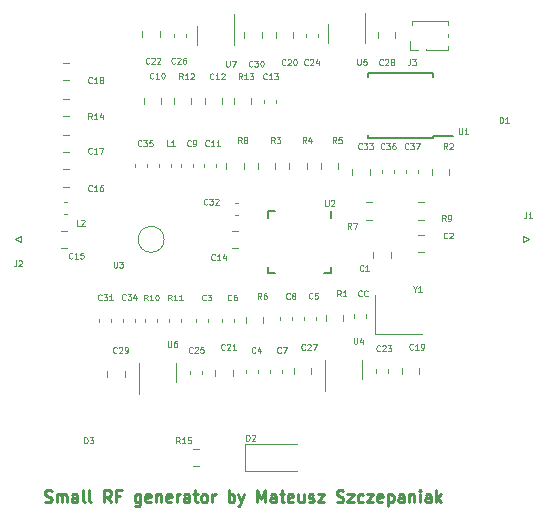
<source format=gbr>
%TF.GenerationSoftware,KiCad,Pcbnew,7.0.2*%
%TF.CreationDate,2023-10-26T15:36:34+02:00*%
%TF.ProjectId,Gnerator_poprawiony,476e6572-6174-46f7-925f-706f70726177,rev?*%
%TF.SameCoordinates,Original*%
%TF.FileFunction,Legend,Top*%
%TF.FilePolarity,Positive*%
%FSLAX46Y46*%
G04 Gerber Fmt 4.6, Leading zero omitted, Abs format (unit mm)*
G04 Created by KiCad (PCBNEW 7.0.2) date 2023-10-26 15:36:34*
%MOMM*%
%LPD*%
G01*
G04 APERTURE LIST*
%ADD10C,0.250000*%
%ADD11C,0.125000*%
%ADD12C,0.120000*%
%ADD13C,0.150000*%
G04 APERTURE END LIST*
D10*
X107581676Y-80246400D02*
X107724533Y-80294019D01*
X107724533Y-80294019D02*
X107962628Y-80294019D01*
X107962628Y-80294019D02*
X108057866Y-80246400D01*
X108057866Y-80246400D02*
X108105485Y-80198780D01*
X108105485Y-80198780D02*
X108153104Y-80103542D01*
X108153104Y-80103542D02*
X108153104Y-80008304D01*
X108153104Y-80008304D02*
X108105485Y-79913066D01*
X108105485Y-79913066D02*
X108057866Y-79865447D01*
X108057866Y-79865447D02*
X107962628Y-79817828D01*
X107962628Y-79817828D02*
X107772152Y-79770209D01*
X107772152Y-79770209D02*
X107676914Y-79722590D01*
X107676914Y-79722590D02*
X107629295Y-79674971D01*
X107629295Y-79674971D02*
X107581676Y-79579733D01*
X107581676Y-79579733D02*
X107581676Y-79484495D01*
X107581676Y-79484495D02*
X107629295Y-79389257D01*
X107629295Y-79389257D02*
X107676914Y-79341638D01*
X107676914Y-79341638D02*
X107772152Y-79294019D01*
X107772152Y-79294019D02*
X108010247Y-79294019D01*
X108010247Y-79294019D02*
X108153104Y-79341638D01*
X108581676Y-80294019D02*
X108581676Y-79627352D01*
X108581676Y-79722590D02*
X108629295Y-79674971D01*
X108629295Y-79674971D02*
X108724533Y-79627352D01*
X108724533Y-79627352D02*
X108867390Y-79627352D01*
X108867390Y-79627352D02*
X108962628Y-79674971D01*
X108962628Y-79674971D02*
X109010247Y-79770209D01*
X109010247Y-79770209D02*
X109010247Y-80294019D01*
X109010247Y-79770209D02*
X109057866Y-79674971D01*
X109057866Y-79674971D02*
X109153104Y-79627352D01*
X109153104Y-79627352D02*
X109295961Y-79627352D01*
X109295961Y-79627352D02*
X109391200Y-79674971D01*
X109391200Y-79674971D02*
X109438819Y-79770209D01*
X109438819Y-79770209D02*
X109438819Y-80294019D01*
X110343580Y-80294019D02*
X110343580Y-79770209D01*
X110343580Y-79770209D02*
X110295961Y-79674971D01*
X110295961Y-79674971D02*
X110200723Y-79627352D01*
X110200723Y-79627352D02*
X110010247Y-79627352D01*
X110010247Y-79627352D02*
X109915009Y-79674971D01*
X110343580Y-80246400D02*
X110248342Y-80294019D01*
X110248342Y-80294019D02*
X110010247Y-80294019D01*
X110010247Y-80294019D02*
X109915009Y-80246400D01*
X109915009Y-80246400D02*
X109867390Y-80151161D01*
X109867390Y-80151161D02*
X109867390Y-80055923D01*
X109867390Y-80055923D02*
X109915009Y-79960685D01*
X109915009Y-79960685D02*
X110010247Y-79913066D01*
X110010247Y-79913066D02*
X110248342Y-79913066D01*
X110248342Y-79913066D02*
X110343580Y-79865447D01*
X110962628Y-80294019D02*
X110867390Y-80246400D01*
X110867390Y-80246400D02*
X110819771Y-80151161D01*
X110819771Y-80151161D02*
X110819771Y-79294019D01*
X111486438Y-80294019D02*
X111391200Y-80246400D01*
X111391200Y-80246400D02*
X111343581Y-80151161D01*
X111343581Y-80151161D02*
X111343581Y-79294019D01*
X113200724Y-80294019D02*
X112867391Y-79817828D01*
X112629296Y-80294019D02*
X112629296Y-79294019D01*
X112629296Y-79294019D02*
X113010248Y-79294019D01*
X113010248Y-79294019D02*
X113105486Y-79341638D01*
X113105486Y-79341638D02*
X113153105Y-79389257D01*
X113153105Y-79389257D02*
X113200724Y-79484495D01*
X113200724Y-79484495D02*
X113200724Y-79627352D01*
X113200724Y-79627352D02*
X113153105Y-79722590D01*
X113153105Y-79722590D02*
X113105486Y-79770209D01*
X113105486Y-79770209D02*
X113010248Y-79817828D01*
X113010248Y-79817828D02*
X112629296Y-79817828D01*
X113962629Y-79770209D02*
X113629296Y-79770209D01*
X113629296Y-80294019D02*
X113629296Y-79294019D01*
X113629296Y-79294019D02*
X114105486Y-79294019D01*
X115676915Y-79627352D02*
X115676915Y-80436876D01*
X115676915Y-80436876D02*
X115629296Y-80532114D01*
X115629296Y-80532114D02*
X115581677Y-80579733D01*
X115581677Y-80579733D02*
X115486439Y-80627352D01*
X115486439Y-80627352D02*
X115343582Y-80627352D01*
X115343582Y-80627352D02*
X115248344Y-80579733D01*
X115676915Y-80246400D02*
X115581677Y-80294019D01*
X115581677Y-80294019D02*
X115391201Y-80294019D01*
X115391201Y-80294019D02*
X115295963Y-80246400D01*
X115295963Y-80246400D02*
X115248344Y-80198780D01*
X115248344Y-80198780D02*
X115200725Y-80103542D01*
X115200725Y-80103542D02*
X115200725Y-79817828D01*
X115200725Y-79817828D02*
X115248344Y-79722590D01*
X115248344Y-79722590D02*
X115295963Y-79674971D01*
X115295963Y-79674971D02*
X115391201Y-79627352D01*
X115391201Y-79627352D02*
X115581677Y-79627352D01*
X115581677Y-79627352D02*
X115676915Y-79674971D01*
X116534058Y-80246400D02*
X116438820Y-80294019D01*
X116438820Y-80294019D02*
X116248344Y-80294019D01*
X116248344Y-80294019D02*
X116153106Y-80246400D01*
X116153106Y-80246400D02*
X116105487Y-80151161D01*
X116105487Y-80151161D02*
X116105487Y-79770209D01*
X116105487Y-79770209D02*
X116153106Y-79674971D01*
X116153106Y-79674971D02*
X116248344Y-79627352D01*
X116248344Y-79627352D02*
X116438820Y-79627352D01*
X116438820Y-79627352D02*
X116534058Y-79674971D01*
X116534058Y-79674971D02*
X116581677Y-79770209D01*
X116581677Y-79770209D02*
X116581677Y-79865447D01*
X116581677Y-79865447D02*
X116105487Y-79960685D01*
X117010249Y-79627352D02*
X117010249Y-80294019D01*
X117010249Y-79722590D02*
X117057868Y-79674971D01*
X117057868Y-79674971D02*
X117153106Y-79627352D01*
X117153106Y-79627352D02*
X117295963Y-79627352D01*
X117295963Y-79627352D02*
X117391201Y-79674971D01*
X117391201Y-79674971D02*
X117438820Y-79770209D01*
X117438820Y-79770209D02*
X117438820Y-80294019D01*
X118295963Y-80246400D02*
X118200725Y-80294019D01*
X118200725Y-80294019D02*
X118010249Y-80294019D01*
X118010249Y-80294019D02*
X117915011Y-80246400D01*
X117915011Y-80246400D02*
X117867392Y-80151161D01*
X117867392Y-80151161D02*
X117867392Y-79770209D01*
X117867392Y-79770209D02*
X117915011Y-79674971D01*
X117915011Y-79674971D02*
X118010249Y-79627352D01*
X118010249Y-79627352D02*
X118200725Y-79627352D01*
X118200725Y-79627352D02*
X118295963Y-79674971D01*
X118295963Y-79674971D02*
X118343582Y-79770209D01*
X118343582Y-79770209D02*
X118343582Y-79865447D01*
X118343582Y-79865447D02*
X117867392Y-79960685D01*
X118772154Y-80294019D02*
X118772154Y-79627352D01*
X118772154Y-79817828D02*
X118819773Y-79722590D01*
X118819773Y-79722590D02*
X118867392Y-79674971D01*
X118867392Y-79674971D02*
X118962630Y-79627352D01*
X118962630Y-79627352D02*
X119057868Y-79627352D01*
X119819773Y-80294019D02*
X119819773Y-79770209D01*
X119819773Y-79770209D02*
X119772154Y-79674971D01*
X119772154Y-79674971D02*
X119676916Y-79627352D01*
X119676916Y-79627352D02*
X119486440Y-79627352D01*
X119486440Y-79627352D02*
X119391202Y-79674971D01*
X119819773Y-80246400D02*
X119724535Y-80294019D01*
X119724535Y-80294019D02*
X119486440Y-80294019D01*
X119486440Y-80294019D02*
X119391202Y-80246400D01*
X119391202Y-80246400D02*
X119343583Y-80151161D01*
X119343583Y-80151161D02*
X119343583Y-80055923D01*
X119343583Y-80055923D02*
X119391202Y-79960685D01*
X119391202Y-79960685D02*
X119486440Y-79913066D01*
X119486440Y-79913066D02*
X119724535Y-79913066D01*
X119724535Y-79913066D02*
X119819773Y-79865447D01*
X120153107Y-79627352D02*
X120534059Y-79627352D01*
X120295964Y-79294019D02*
X120295964Y-80151161D01*
X120295964Y-80151161D02*
X120343583Y-80246400D01*
X120343583Y-80246400D02*
X120438821Y-80294019D01*
X120438821Y-80294019D02*
X120534059Y-80294019D01*
X121010250Y-80294019D02*
X120915012Y-80246400D01*
X120915012Y-80246400D02*
X120867393Y-80198780D01*
X120867393Y-80198780D02*
X120819774Y-80103542D01*
X120819774Y-80103542D02*
X120819774Y-79817828D01*
X120819774Y-79817828D02*
X120867393Y-79722590D01*
X120867393Y-79722590D02*
X120915012Y-79674971D01*
X120915012Y-79674971D02*
X121010250Y-79627352D01*
X121010250Y-79627352D02*
X121153107Y-79627352D01*
X121153107Y-79627352D02*
X121248345Y-79674971D01*
X121248345Y-79674971D02*
X121295964Y-79722590D01*
X121295964Y-79722590D02*
X121343583Y-79817828D01*
X121343583Y-79817828D02*
X121343583Y-80103542D01*
X121343583Y-80103542D02*
X121295964Y-80198780D01*
X121295964Y-80198780D02*
X121248345Y-80246400D01*
X121248345Y-80246400D02*
X121153107Y-80294019D01*
X121153107Y-80294019D02*
X121010250Y-80294019D01*
X121772155Y-80294019D02*
X121772155Y-79627352D01*
X121772155Y-79817828D02*
X121819774Y-79722590D01*
X121819774Y-79722590D02*
X121867393Y-79674971D01*
X121867393Y-79674971D02*
X121962631Y-79627352D01*
X121962631Y-79627352D02*
X122057869Y-79627352D01*
X123153108Y-80294019D02*
X123153108Y-79294019D01*
X123153108Y-79674971D02*
X123248346Y-79627352D01*
X123248346Y-79627352D02*
X123438822Y-79627352D01*
X123438822Y-79627352D02*
X123534060Y-79674971D01*
X123534060Y-79674971D02*
X123581679Y-79722590D01*
X123581679Y-79722590D02*
X123629298Y-79817828D01*
X123629298Y-79817828D02*
X123629298Y-80103542D01*
X123629298Y-80103542D02*
X123581679Y-80198780D01*
X123581679Y-80198780D02*
X123534060Y-80246400D01*
X123534060Y-80246400D02*
X123438822Y-80294019D01*
X123438822Y-80294019D02*
X123248346Y-80294019D01*
X123248346Y-80294019D02*
X123153108Y-80246400D01*
X123962632Y-79627352D02*
X124200727Y-80294019D01*
X124438822Y-79627352D02*
X124200727Y-80294019D01*
X124200727Y-80294019D02*
X124105489Y-80532114D01*
X124105489Y-80532114D02*
X124057870Y-80579733D01*
X124057870Y-80579733D02*
X123962632Y-80627352D01*
X125581680Y-80294019D02*
X125581680Y-79294019D01*
X125581680Y-79294019D02*
X125915013Y-80008304D01*
X125915013Y-80008304D02*
X126248346Y-79294019D01*
X126248346Y-79294019D02*
X126248346Y-80294019D01*
X127153108Y-80294019D02*
X127153108Y-79770209D01*
X127153108Y-79770209D02*
X127105489Y-79674971D01*
X127105489Y-79674971D02*
X127010251Y-79627352D01*
X127010251Y-79627352D02*
X126819775Y-79627352D01*
X126819775Y-79627352D02*
X126724537Y-79674971D01*
X127153108Y-80246400D02*
X127057870Y-80294019D01*
X127057870Y-80294019D02*
X126819775Y-80294019D01*
X126819775Y-80294019D02*
X126724537Y-80246400D01*
X126724537Y-80246400D02*
X126676918Y-80151161D01*
X126676918Y-80151161D02*
X126676918Y-80055923D01*
X126676918Y-80055923D02*
X126724537Y-79960685D01*
X126724537Y-79960685D02*
X126819775Y-79913066D01*
X126819775Y-79913066D02*
X127057870Y-79913066D01*
X127057870Y-79913066D02*
X127153108Y-79865447D01*
X127486442Y-79627352D02*
X127867394Y-79627352D01*
X127629299Y-79294019D02*
X127629299Y-80151161D01*
X127629299Y-80151161D02*
X127676918Y-80246400D01*
X127676918Y-80246400D02*
X127772156Y-80294019D01*
X127772156Y-80294019D02*
X127867394Y-80294019D01*
X128581680Y-80246400D02*
X128486442Y-80294019D01*
X128486442Y-80294019D02*
X128295966Y-80294019D01*
X128295966Y-80294019D02*
X128200728Y-80246400D01*
X128200728Y-80246400D02*
X128153109Y-80151161D01*
X128153109Y-80151161D02*
X128153109Y-79770209D01*
X128153109Y-79770209D02*
X128200728Y-79674971D01*
X128200728Y-79674971D02*
X128295966Y-79627352D01*
X128295966Y-79627352D02*
X128486442Y-79627352D01*
X128486442Y-79627352D02*
X128581680Y-79674971D01*
X128581680Y-79674971D02*
X128629299Y-79770209D01*
X128629299Y-79770209D02*
X128629299Y-79865447D01*
X128629299Y-79865447D02*
X128153109Y-79960685D01*
X129486442Y-79627352D02*
X129486442Y-80294019D01*
X129057871Y-79627352D02*
X129057871Y-80151161D01*
X129057871Y-80151161D02*
X129105490Y-80246400D01*
X129105490Y-80246400D02*
X129200728Y-80294019D01*
X129200728Y-80294019D02*
X129343585Y-80294019D01*
X129343585Y-80294019D02*
X129438823Y-80246400D01*
X129438823Y-80246400D02*
X129486442Y-80198780D01*
X129915014Y-80246400D02*
X130010252Y-80294019D01*
X130010252Y-80294019D02*
X130200728Y-80294019D01*
X130200728Y-80294019D02*
X130295966Y-80246400D01*
X130295966Y-80246400D02*
X130343585Y-80151161D01*
X130343585Y-80151161D02*
X130343585Y-80103542D01*
X130343585Y-80103542D02*
X130295966Y-80008304D01*
X130295966Y-80008304D02*
X130200728Y-79960685D01*
X130200728Y-79960685D02*
X130057871Y-79960685D01*
X130057871Y-79960685D02*
X129962633Y-79913066D01*
X129962633Y-79913066D02*
X129915014Y-79817828D01*
X129915014Y-79817828D02*
X129915014Y-79770209D01*
X129915014Y-79770209D02*
X129962633Y-79674971D01*
X129962633Y-79674971D02*
X130057871Y-79627352D01*
X130057871Y-79627352D02*
X130200728Y-79627352D01*
X130200728Y-79627352D02*
X130295966Y-79674971D01*
X130676919Y-79627352D02*
X131200728Y-79627352D01*
X131200728Y-79627352D02*
X130676919Y-80294019D01*
X130676919Y-80294019D02*
X131200728Y-80294019D01*
X132295967Y-80246400D02*
X132438824Y-80294019D01*
X132438824Y-80294019D02*
X132676919Y-80294019D01*
X132676919Y-80294019D02*
X132772157Y-80246400D01*
X132772157Y-80246400D02*
X132819776Y-80198780D01*
X132819776Y-80198780D02*
X132867395Y-80103542D01*
X132867395Y-80103542D02*
X132867395Y-80008304D01*
X132867395Y-80008304D02*
X132819776Y-79913066D01*
X132819776Y-79913066D02*
X132772157Y-79865447D01*
X132772157Y-79865447D02*
X132676919Y-79817828D01*
X132676919Y-79817828D02*
X132486443Y-79770209D01*
X132486443Y-79770209D02*
X132391205Y-79722590D01*
X132391205Y-79722590D02*
X132343586Y-79674971D01*
X132343586Y-79674971D02*
X132295967Y-79579733D01*
X132295967Y-79579733D02*
X132295967Y-79484495D01*
X132295967Y-79484495D02*
X132343586Y-79389257D01*
X132343586Y-79389257D02*
X132391205Y-79341638D01*
X132391205Y-79341638D02*
X132486443Y-79294019D01*
X132486443Y-79294019D02*
X132724538Y-79294019D01*
X132724538Y-79294019D02*
X132867395Y-79341638D01*
X133200729Y-79627352D02*
X133724538Y-79627352D01*
X133724538Y-79627352D02*
X133200729Y-80294019D01*
X133200729Y-80294019D02*
X133724538Y-80294019D01*
X134534062Y-80246400D02*
X134438824Y-80294019D01*
X134438824Y-80294019D02*
X134248348Y-80294019D01*
X134248348Y-80294019D02*
X134153110Y-80246400D01*
X134153110Y-80246400D02*
X134105491Y-80198780D01*
X134105491Y-80198780D02*
X134057872Y-80103542D01*
X134057872Y-80103542D02*
X134057872Y-79817828D01*
X134057872Y-79817828D02*
X134105491Y-79722590D01*
X134105491Y-79722590D02*
X134153110Y-79674971D01*
X134153110Y-79674971D02*
X134248348Y-79627352D01*
X134248348Y-79627352D02*
X134438824Y-79627352D01*
X134438824Y-79627352D02*
X134534062Y-79674971D01*
X134867396Y-79627352D02*
X135391205Y-79627352D01*
X135391205Y-79627352D02*
X134867396Y-80294019D01*
X134867396Y-80294019D02*
X135391205Y-80294019D01*
X136153110Y-80246400D02*
X136057872Y-80294019D01*
X136057872Y-80294019D02*
X135867396Y-80294019D01*
X135867396Y-80294019D02*
X135772158Y-80246400D01*
X135772158Y-80246400D02*
X135724539Y-80151161D01*
X135724539Y-80151161D02*
X135724539Y-79770209D01*
X135724539Y-79770209D02*
X135772158Y-79674971D01*
X135772158Y-79674971D02*
X135867396Y-79627352D01*
X135867396Y-79627352D02*
X136057872Y-79627352D01*
X136057872Y-79627352D02*
X136153110Y-79674971D01*
X136153110Y-79674971D02*
X136200729Y-79770209D01*
X136200729Y-79770209D02*
X136200729Y-79865447D01*
X136200729Y-79865447D02*
X135724539Y-79960685D01*
X136629301Y-79627352D02*
X136629301Y-80627352D01*
X136629301Y-79674971D02*
X136724539Y-79627352D01*
X136724539Y-79627352D02*
X136915015Y-79627352D01*
X136915015Y-79627352D02*
X137010253Y-79674971D01*
X137010253Y-79674971D02*
X137057872Y-79722590D01*
X137057872Y-79722590D02*
X137105491Y-79817828D01*
X137105491Y-79817828D02*
X137105491Y-80103542D01*
X137105491Y-80103542D02*
X137057872Y-80198780D01*
X137057872Y-80198780D02*
X137010253Y-80246400D01*
X137010253Y-80246400D02*
X136915015Y-80294019D01*
X136915015Y-80294019D02*
X136724539Y-80294019D01*
X136724539Y-80294019D02*
X136629301Y-80246400D01*
X137962634Y-80294019D02*
X137962634Y-79770209D01*
X137962634Y-79770209D02*
X137915015Y-79674971D01*
X137915015Y-79674971D02*
X137819777Y-79627352D01*
X137819777Y-79627352D02*
X137629301Y-79627352D01*
X137629301Y-79627352D02*
X137534063Y-79674971D01*
X137962634Y-80246400D02*
X137867396Y-80294019D01*
X137867396Y-80294019D02*
X137629301Y-80294019D01*
X137629301Y-80294019D02*
X137534063Y-80246400D01*
X137534063Y-80246400D02*
X137486444Y-80151161D01*
X137486444Y-80151161D02*
X137486444Y-80055923D01*
X137486444Y-80055923D02*
X137534063Y-79960685D01*
X137534063Y-79960685D02*
X137629301Y-79913066D01*
X137629301Y-79913066D02*
X137867396Y-79913066D01*
X137867396Y-79913066D02*
X137962634Y-79865447D01*
X138438825Y-79627352D02*
X138438825Y-80294019D01*
X138438825Y-79722590D02*
X138486444Y-79674971D01*
X138486444Y-79674971D02*
X138581682Y-79627352D01*
X138581682Y-79627352D02*
X138724539Y-79627352D01*
X138724539Y-79627352D02*
X138819777Y-79674971D01*
X138819777Y-79674971D02*
X138867396Y-79770209D01*
X138867396Y-79770209D02*
X138867396Y-80294019D01*
X139343587Y-80294019D02*
X139343587Y-79627352D01*
X139343587Y-79294019D02*
X139295968Y-79341638D01*
X139295968Y-79341638D02*
X139343587Y-79389257D01*
X139343587Y-79389257D02*
X139391206Y-79341638D01*
X139391206Y-79341638D02*
X139343587Y-79294019D01*
X139343587Y-79294019D02*
X139343587Y-79389257D01*
X140248348Y-80294019D02*
X140248348Y-79770209D01*
X140248348Y-79770209D02*
X140200729Y-79674971D01*
X140200729Y-79674971D02*
X140105491Y-79627352D01*
X140105491Y-79627352D02*
X139915015Y-79627352D01*
X139915015Y-79627352D02*
X139819777Y-79674971D01*
X140248348Y-80246400D02*
X140153110Y-80294019D01*
X140153110Y-80294019D02*
X139915015Y-80294019D01*
X139915015Y-80294019D02*
X139819777Y-80246400D01*
X139819777Y-80246400D02*
X139772158Y-80151161D01*
X139772158Y-80151161D02*
X139772158Y-80055923D01*
X139772158Y-80055923D02*
X139819777Y-79960685D01*
X139819777Y-79960685D02*
X139915015Y-79913066D01*
X139915015Y-79913066D02*
X140153110Y-79913066D01*
X140153110Y-79913066D02*
X140248348Y-79865447D01*
X140724539Y-80294019D02*
X140724539Y-79294019D01*
X140819777Y-79913066D02*
X141105491Y-80294019D01*
X141105491Y-79627352D02*
X140724539Y-80008304D01*
D11*
%TO.C,D2*%
X124639552Y-75085109D02*
X124639552Y-74585109D01*
X124639552Y-74585109D02*
X124758600Y-74585109D01*
X124758600Y-74585109D02*
X124830028Y-74608919D01*
X124830028Y-74608919D02*
X124877647Y-74656538D01*
X124877647Y-74656538D02*
X124901457Y-74704157D01*
X124901457Y-74704157D02*
X124925266Y-74799395D01*
X124925266Y-74799395D02*
X124925266Y-74870823D01*
X124925266Y-74870823D02*
X124901457Y-74966061D01*
X124901457Y-74966061D02*
X124877647Y-75013680D01*
X124877647Y-75013680D02*
X124830028Y-75061300D01*
X124830028Y-75061300D02*
X124758600Y-75085109D01*
X124758600Y-75085109D02*
X124639552Y-75085109D01*
X125115743Y-74632728D02*
X125139552Y-74608919D01*
X125139552Y-74608919D02*
X125187171Y-74585109D01*
X125187171Y-74585109D02*
X125306219Y-74585109D01*
X125306219Y-74585109D02*
X125353838Y-74608919D01*
X125353838Y-74608919D02*
X125377647Y-74632728D01*
X125377647Y-74632728D02*
X125401457Y-74680347D01*
X125401457Y-74680347D02*
X125401457Y-74727966D01*
X125401457Y-74727966D02*
X125377647Y-74799395D01*
X125377647Y-74799395D02*
X125091933Y-75085109D01*
X125091933Y-75085109D02*
X125401457Y-75085109D01*
%TO.C,C20*%
X127948571Y-43236690D02*
X127924762Y-43260500D01*
X127924762Y-43260500D02*
X127853333Y-43284309D01*
X127853333Y-43284309D02*
X127805714Y-43284309D01*
X127805714Y-43284309D02*
X127734286Y-43260500D01*
X127734286Y-43260500D02*
X127686667Y-43212880D01*
X127686667Y-43212880D02*
X127662857Y-43165261D01*
X127662857Y-43165261D02*
X127639048Y-43070023D01*
X127639048Y-43070023D02*
X127639048Y-42998595D01*
X127639048Y-42998595D02*
X127662857Y-42903357D01*
X127662857Y-42903357D02*
X127686667Y-42855738D01*
X127686667Y-42855738D02*
X127734286Y-42808119D01*
X127734286Y-42808119D02*
X127805714Y-42784309D01*
X127805714Y-42784309D02*
X127853333Y-42784309D01*
X127853333Y-42784309D02*
X127924762Y-42808119D01*
X127924762Y-42808119D02*
X127948571Y-42831928D01*
X128139048Y-42831928D02*
X128162857Y-42808119D01*
X128162857Y-42808119D02*
X128210476Y-42784309D01*
X128210476Y-42784309D02*
X128329524Y-42784309D01*
X128329524Y-42784309D02*
X128377143Y-42808119D01*
X128377143Y-42808119D02*
X128400952Y-42831928D01*
X128400952Y-42831928D02*
X128424762Y-42879547D01*
X128424762Y-42879547D02*
X128424762Y-42927166D01*
X128424762Y-42927166D02*
X128400952Y-42998595D01*
X128400952Y-42998595D02*
X128115238Y-43284309D01*
X128115238Y-43284309D02*
X128424762Y-43284309D01*
X128734285Y-42784309D02*
X128781904Y-42784309D01*
X128781904Y-42784309D02*
X128829523Y-42808119D01*
X128829523Y-42808119D02*
X128853333Y-42831928D01*
X128853333Y-42831928D02*
X128877142Y-42879547D01*
X128877142Y-42879547D02*
X128900952Y-42974785D01*
X128900952Y-42974785D02*
X128900952Y-43093833D01*
X128900952Y-43093833D02*
X128877142Y-43189071D01*
X128877142Y-43189071D02*
X128853333Y-43236690D01*
X128853333Y-43236690D02*
X128829523Y-43260500D01*
X128829523Y-43260500D02*
X128781904Y-43284309D01*
X128781904Y-43284309D02*
X128734285Y-43284309D01*
X128734285Y-43284309D02*
X128686666Y-43260500D01*
X128686666Y-43260500D02*
X128662857Y-43236690D01*
X128662857Y-43236690D02*
X128639047Y-43189071D01*
X128639047Y-43189071D02*
X128615238Y-43093833D01*
X128615238Y-43093833D02*
X128615238Y-42974785D01*
X128615238Y-42974785D02*
X128639047Y-42879547D01*
X128639047Y-42879547D02*
X128662857Y-42831928D01*
X128662857Y-42831928D02*
X128686666Y-42808119D01*
X128686666Y-42808119D02*
X128734285Y-42784309D01*
%TO.C,C27*%
X129612571Y-67353690D02*
X129588762Y-67377500D01*
X129588762Y-67377500D02*
X129517333Y-67401309D01*
X129517333Y-67401309D02*
X129469714Y-67401309D01*
X129469714Y-67401309D02*
X129398286Y-67377500D01*
X129398286Y-67377500D02*
X129350667Y-67329880D01*
X129350667Y-67329880D02*
X129326857Y-67282261D01*
X129326857Y-67282261D02*
X129303048Y-67187023D01*
X129303048Y-67187023D02*
X129303048Y-67115595D01*
X129303048Y-67115595D02*
X129326857Y-67020357D01*
X129326857Y-67020357D02*
X129350667Y-66972738D01*
X129350667Y-66972738D02*
X129398286Y-66925119D01*
X129398286Y-66925119D02*
X129469714Y-66901309D01*
X129469714Y-66901309D02*
X129517333Y-66901309D01*
X129517333Y-66901309D02*
X129588762Y-66925119D01*
X129588762Y-66925119D02*
X129612571Y-66948928D01*
X129803048Y-66948928D02*
X129826857Y-66925119D01*
X129826857Y-66925119D02*
X129874476Y-66901309D01*
X129874476Y-66901309D02*
X129993524Y-66901309D01*
X129993524Y-66901309D02*
X130041143Y-66925119D01*
X130041143Y-66925119D02*
X130064952Y-66948928D01*
X130064952Y-66948928D02*
X130088762Y-66996547D01*
X130088762Y-66996547D02*
X130088762Y-67044166D01*
X130088762Y-67044166D02*
X130064952Y-67115595D01*
X130064952Y-67115595D02*
X129779238Y-67401309D01*
X129779238Y-67401309D02*
X130088762Y-67401309D01*
X130255428Y-66901309D02*
X130588761Y-66901309D01*
X130588761Y-66901309D02*
X130374476Y-67401309D01*
%TO.C,R6*%
X125913666Y-63083309D02*
X125747000Y-62845214D01*
X125627952Y-63083309D02*
X125627952Y-62583309D01*
X125627952Y-62583309D02*
X125818428Y-62583309D01*
X125818428Y-62583309D02*
X125866047Y-62607119D01*
X125866047Y-62607119D02*
X125889857Y-62630928D01*
X125889857Y-62630928D02*
X125913666Y-62678547D01*
X125913666Y-62678547D02*
X125913666Y-62749976D01*
X125913666Y-62749976D02*
X125889857Y-62797595D01*
X125889857Y-62797595D02*
X125866047Y-62821404D01*
X125866047Y-62821404D02*
X125818428Y-62845214D01*
X125818428Y-62845214D02*
X125627952Y-62845214D01*
X126342238Y-62583309D02*
X126247000Y-62583309D01*
X126247000Y-62583309D02*
X126199381Y-62607119D01*
X126199381Y-62607119D02*
X126175571Y-62630928D01*
X126175571Y-62630928D02*
X126127952Y-62702357D01*
X126127952Y-62702357D02*
X126104143Y-62797595D01*
X126104143Y-62797595D02*
X126104143Y-62988071D01*
X126104143Y-62988071D02*
X126127952Y-63035690D01*
X126127952Y-63035690D02*
X126151762Y-63059500D01*
X126151762Y-63059500D02*
X126199381Y-63083309D01*
X126199381Y-63083309D02*
X126294619Y-63083309D01*
X126294619Y-63083309D02*
X126342238Y-63059500D01*
X126342238Y-63059500D02*
X126366047Y-63035690D01*
X126366047Y-63035690D02*
X126389857Y-62988071D01*
X126389857Y-62988071D02*
X126389857Y-62869023D01*
X126389857Y-62869023D02*
X126366047Y-62821404D01*
X126366047Y-62821404D02*
X126342238Y-62797595D01*
X126342238Y-62797595D02*
X126294619Y-62773785D01*
X126294619Y-62773785D02*
X126199381Y-62773785D01*
X126199381Y-62773785D02*
X126151762Y-62797595D01*
X126151762Y-62797595D02*
X126127952Y-62821404D01*
X126127952Y-62821404D02*
X126104143Y-62869023D01*
%TO.C,C5*%
X130231666Y-63022690D02*
X130207857Y-63046500D01*
X130207857Y-63046500D02*
X130136428Y-63070309D01*
X130136428Y-63070309D02*
X130088809Y-63070309D01*
X130088809Y-63070309D02*
X130017381Y-63046500D01*
X130017381Y-63046500D02*
X129969762Y-62998880D01*
X129969762Y-62998880D02*
X129945952Y-62951261D01*
X129945952Y-62951261D02*
X129922143Y-62856023D01*
X129922143Y-62856023D02*
X129922143Y-62784595D01*
X129922143Y-62784595D02*
X129945952Y-62689357D01*
X129945952Y-62689357D02*
X129969762Y-62641738D01*
X129969762Y-62641738D02*
X130017381Y-62594119D01*
X130017381Y-62594119D02*
X130088809Y-62570309D01*
X130088809Y-62570309D02*
X130136428Y-62570309D01*
X130136428Y-62570309D02*
X130207857Y-62594119D01*
X130207857Y-62594119D02*
X130231666Y-62617928D01*
X130684047Y-62570309D02*
X130445952Y-62570309D01*
X130445952Y-62570309D02*
X130422143Y-62808404D01*
X130422143Y-62808404D02*
X130445952Y-62784595D01*
X130445952Y-62784595D02*
X130493571Y-62760785D01*
X130493571Y-62760785D02*
X130612619Y-62760785D01*
X130612619Y-62760785D02*
X130660238Y-62784595D01*
X130660238Y-62784595D02*
X130684047Y-62808404D01*
X130684047Y-62808404D02*
X130707857Y-62856023D01*
X130707857Y-62856023D02*
X130707857Y-62975071D01*
X130707857Y-62975071D02*
X130684047Y-63022690D01*
X130684047Y-63022690D02*
X130660238Y-63046500D01*
X130660238Y-63046500D02*
X130612619Y-63070309D01*
X130612619Y-63070309D02*
X130493571Y-63070309D01*
X130493571Y-63070309D02*
X130445952Y-63046500D01*
X130445952Y-63046500D02*
X130422143Y-63022690D01*
%TO.C,R7*%
X133520666Y-57127309D02*
X133354000Y-56889214D01*
X133234952Y-57127309D02*
X133234952Y-56627309D01*
X133234952Y-56627309D02*
X133425428Y-56627309D01*
X133425428Y-56627309D02*
X133473047Y-56651119D01*
X133473047Y-56651119D02*
X133496857Y-56674928D01*
X133496857Y-56674928D02*
X133520666Y-56722547D01*
X133520666Y-56722547D02*
X133520666Y-56793976D01*
X133520666Y-56793976D02*
X133496857Y-56841595D01*
X133496857Y-56841595D02*
X133473047Y-56865404D01*
X133473047Y-56865404D02*
X133425428Y-56889214D01*
X133425428Y-56889214D02*
X133234952Y-56889214D01*
X133687333Y-56627309D02*
X134020666Y-56627309D01*
X134020666Y-56627309D02*
X133806381Y-57127309D01*
%TO.C,C16*%
X111565571Y-53904690D02*
X111541762Y-53928500D01*
X111541762Y-53928500D02*
X111470333Y-53952309D01*
X111470333Y-53952309D02*
X111422714Y-53952309D01*
X111422714Y-53952309D02*
X111351286Y-53928500D01*
X111351286Y-53928500D02*
X111303667Y-53880880D01*
X111303667Y-53880880D02*
X111279857Y-53833261D01*
X111279857Y-53833261D02*
X111256048Y-53738023D01*
X111256048Y-53738023D02*
X111256048Y-53666595D01*
X111256048Y-53666595D02*
X111279857Y-53571357D01*
X111279857Y-53571357D02*
X111303667Y-53523738D01*
X111303667Y-53523738D02*
X111351286Y-53476119D01*
X111351286Y-53476119D02*
X111422714Y-53452309D01*
X111422714Y-53452309D02*
X111470333Y-53452309D01*
X111470333Y-53452309D02*
X111541762Y-53476119D01*
X111541762Y-53476119D02*
X111565571Y-53499928D01*
X112041762Y-53952309D02*
X111756048Y-53952309D01*
X111898905Y-53952309D02*
X111898905Y-53452309D01*
X111898905Y-53452309D02*
X111851286Y-53523738D01*
X111851286Y-53523738D02*
X111803667Y-53571357D01*
X111803667Y-53571357D02*
X111756048Y-53595166D01*
X112470333Y-53452309D02*
X112375095Y-53452309D01*
X112375095Y-53452309D02*
X112327476Y-53476119D01*
X112327476Y-53476119D02*
X112303666Y-53499928D01*
X112303666Y-53499928D02*
X112256047Y-53571357D01*
X112256047Y-53571357D02*
X112232238Y-53666595D01*
X112232238Y-53666595D02*
X112232238Y-53857071D01*
X112232238Y-53857071D02*
X112256047Y-53904690D01*
X112256047Y-53904690D02*
X112279857Y-53928500D01*
X112279857Y-53928500D02*
X112327476Y-53952309D01*
X112327476Y-53952309D02*
X112422714Y-53952309D01*
X112422714Y-53952309D02*
X112470333Y-53928500D01*
X112470333Y-53928500D02*
X112494142Y-53904690D01*
X112494142Y-53904690D02*
X112517952Y-53857071D01*
X112517952Y-53857071D02*
X112517952Y-53738023D01*
X112517952Y-53738023D02*
X112494142Y-53690404D01*
X112494142Y-53690404D02*
X112470333Y-53666595D01*
X112470333Y-53666595D02*
X112422714Y-53642785D01*
X112422714Y-53642785D02*
X112327476Y-53642785D01*
X112327476Y-53642785D02*
X112279857Y-53666595D01*
X112279857Y-53666595D02*
X112256047Y-53690404D01*
X112256047Y-53690404D02*
X112232238Y-53738023D01*
%TO.C,C35*%
X115756571Y-50094690D02*
X115732762Y-50118500D01*
X115732762Y-50118500D02*
X115661333Y-50142309D01*
X115661333Y-50142309D02*
X115613714Y-50142309D01*
X115613714Y-50142309D02*
X115542286Y-50118500D01*
X115542286Y-50118500D02*
X115494667Y-50070880D01*
X115494667Y-50070880D02*
X115470857Y-50023261D01*
X115470857Y-50023261D02*
X115447048Y-49928023D01*
X115447048Y-49928023D02*
X115447048Y-49856595D01*
X115447048Y-49856595D02*
X115470857Y-49761357D01*
X115470857Y-49761357D02*
X115494667Y-49713738D01*
X115494667Y-49713738D02*
X115542286Y-49666119D01*
X115542286Y-49666119D02*
X115613714Y-49642309D01*
X115613714Y-49642309D02*
X115661333Y-49642309D01*
X115661333Y-49642309D02*
X115732762Y-49666119D01*
X115732762Y-49666119D02*
X115756571Y-49689928D01*
X115923238Y-49642309D02*
X116232762Y-49642309D01*
X116232762Y-49642309D02*
X116066095Y-49832785D01*
X116066095Y-49832785D02*
X116137524Y-49832785D01*
X116137524Y-49832785D02*
X116185143Y-49856595D01*
X116185143Y-49856595D02*
X116208952Y-49880404D01*
X116208952Y-49880404D02*
X116232762Y-49928023D01*
X116232762Y-49928023D02*
X116232762Y-50047071D01*
X116232762Y-50047071D02*
X116208952Y-50094690D01*
X116208952Y-50094690D02*
X116185143Y-50118500D01*
X116185143Y-50118500D02*
X116137524Y-50142309D01*
X116137524Y-50142309D02*
X115994667Y-50142309D01*
X115994667Y-50142309D02*
X115947048Y-50118500D01*
X115947048Y-50118500D02*
X115923238Y-50094690D01*
X116685142Y-49642309D02*
X116447047Y-49642309D01*
X116447047Y-49642309D02*
X116423238Y-49880404D01*
X116423238Y-49880404D02*
X116447047Y-49856595D01*
X116447047Y-49856595D02*
X116494666Y-49832785D01*
X116494666Y-49832785D02*
X116613714Y-49832785D01*
X116613714Y-49832785D02*
X116661333Y-49856595D01*
X116661333Y-49856595D02*
X116685142Y-49880404D01*
X116685142Y-49880404D02*
X116708952Y-49928023D01*
X116708952Y-49928023D02*
X116708952Y-50047071D01*
X116708952Y-50047071D02*
X116685142Y-50094690D01*
X116685142Y-50094690D02*
X116661333Y-50118500D01*
X116661333Y-50118500D02*
X116613714Y-50142309D01*
X116613714Y-50142309D02*
X116494666Y-50142309D01*
X116494666Y-50142309D02*
X116447047Y-50118500D01*
X116447047Y-50118500D02*
X116423238Y-50094690D01*
%TO.C,R12*%
X119261771Y-44478109D02*
X119095105Y-44240014D01*
X118976057Y-44478109D02*
X118976057Y-43978109D01*
X118976057Y-43978109D02*
X119166533Y-43978109D01*
X119166533Y-43978109D02*
X119214152Y-44001919D01*
X119214152Y-44001919D02*
X119237962Y-44025728D01*
X119237962Y-44025728D02*
X119261771Y-44073347D01*
X119261771Y-44073347D02*
X119261771Y-44144776D01*
X119261771Y-44144776D02*
X119237962Y-44192395D01*
X119237962Y-44192395D02*
X119214152Y-44216204D01*
X119214152Y-44216204D02*
X119166533Y-44240014D01*
X119166533Y-44240014D02*
X118976057Y-44240014D01*
X119737962Y-44478109D02*
X119452248Y-44478109D01*
X119595105Y-44478109D02*
X119595105Y-43978109D01*
X119595105Y-43978109D02*
X119547486Y-44049538D01*
X119547486Y-44049538D02*
X119499867Y-44097157D01*
X119499867Y-44097157D02*
X119452248Y-44120966D01*
X119928438Y-44025728D02*
X119952247Y-44001919D01*
X119952247Y-44001919D02*
X119999866Y-43978109D01*
X119999866Y-43978109D02*
X120118914Y-43978109D01*
X120118914Y-43978109D02*
X120166533Y-44001919D01*
X120166533Y-44001919D02*
X120190342Y-44025728D01*
X120190342Y-44025728D02*
X120214152Y-44073347D01*
X120214152Y-44073347D02*
X120214152Y-44120966D01*
X120214152Y-44120966D02*
X120190342Y-44192395D01*
X120190342Y-44192395D02*
X119904628Y-44478109D01*
X119904628Y-44478109D02*
X120214152Y-44478109D01*
%TO.C,C18*%
X111565571Y-44760690D02*
X111541762Y-44784500D01*
X111541762Y-44784500D02*
X111470333Y-44808309D01*
X111470333Y-44808309D02*
X111422714Y-44808309D01*
X111422714Y-44808309D02*
X111351286Y-44784500D01*
X111351286Y-44784500D02*
X111303667Y-44736880D01*
X111303667Y-44736880D02*
X111279857Y-44689261D01*
X111279857Y-44689261D02*
X111256048Y-44594023D01*
X111256048Y-44594023D02*
X111256048Y-44522595D01*
X111256048Y-44522595D02*
X111279857Y-44427357D01*
X111279857Y-44427357D02*
X111303667Y-44379738D01*
X111303667Y-44379738D02*
X111351286Y-44332119D01*
X111351286Y-44332119D02*
X111422714Y-44308309D01*
X111422714Y-44308309D02*
X111470333Y-44308309D01*
X111470333Y-44308309D02*
X111541762Y-44332119D01*
X111541762Y-44332119D02*
X111565571Y-44355928D01*
X112041762Y-44808309D02*
X111756048Y-44808309D01*
X111898905Y-44808309D02*
X111898905Y-44308309D01*
X111898905Y-44308309D02*
X111851286Y-44379738D01*
X111851286Y-44379738D02*
X111803667Y-44427357D01*
X111803667Y-44427357D02*
X111756048Y-44451166D01*
X112327476Y-44522595D02*
X112279857Y-44498785D01*
X112279857Y-44498785D02*
X112256047Y-44474976D01*
X112256047Y-44474976D02*
X112232238Y-44427357D01*
X112232238Y-44427357D02*
X112232238Y-44403547D01*
X112232238Y-44403547D02*
X112256047Y-44355928D01*
X112256047Y-44355928D02*
X112279857Y-44332119D01*
X112279857Y-44332119D02*
X112327476Y-44308309D01*
X112327476Y-44308309D02*
X112422714Y-44308309D01*
X112422714Y-44308309D02*
X112470333Y-44332119D01*
X112470333Y-44332119D02*
X112494142Y-44355928D01*
X112494142Y-44355928D02*
X112517952Y-44403547D01*
X112517952Y-44403547D02*
X112517952Y-44427357D01*
X112517952Y-44427357D02*
X112494142Y-44474976D01*
X112494142Y-44474976D02*
X112470333Y-44498785D01*
X112470333Y-44498785D02*
X112422714Y-44522595D01*
X112422714Y-44522595D02*
X112327476Y-44522595D01*
X112327476Y-44522595D02*
X112279857Y-44546404D01*
X112279857Y-44546404D02*
X112256047Y-44570214D01*
X112256047Y-44570214D02*
X112232238Y-44617833D01*
X112232238Y-44617833D02*
X112232238Y-44713071D01*
X112232238Y-44713071D02*
X112256047Y-44760690D01*
X112256047Y-44760690D02*
X112279857Y-44784500D01*
X112279857Y-44784500D02*
X112327476Y-44808309D01*
X112327476Y-44808309D02*
X112422714Y-44808309D01*
X112422714Y-44808309D02*
X112470333Y-44784500D01*
X112470333Y-44784500D02*
X112494142Y-44760690D01*
X112494142Y-44760690D02*
X112517952Y-44713071D01*
X112517952Y-44713071D02*
X112517952Y-44617833D01*
X112517952Y-44617833D02*
X112494142Y-44570214D01*
X112494142Y-44570214D02*
X112470333Y-44546404D01*
X112470333Y-44546404D02*
X112422714Y-44522595D01*
%TO.C,R11*%
X118309571Y-63210309D02*
X118142905Y-62972214D01*
X118023857Y-63210309D02*
X118023857Y-62710309D01*
X118023857Y-62710309D02*
X118214333Y-62710309D01*
X118214333Y-62710309D02*
X118261952Y-62734119D01*
X118261952Y-62734119D02*
X118285762Y-62757928D01*
X118285762Y-62757928D02*
X118309571Y-62805547D01*
X118309571Y-62805547D02*
X118309571Y-62876976D01*
X118309571Y-62876976D02*
X118285762Y-62924595D01*
X118285762Y-62924595D02*
X118261952Y-62948404D01*
X118261952Y-62948404D02*
X118214333Y-62972214D01*
X118214333Y-62972214D02*
X118023857Y-62972214D01*
X118785762Y-63210309D02*
X118500048Y-63210309D01*
X118642905Y-63210309D02*
X118642905Y-62710309D01*
X118642905Y-62710309D02*
X118595286Y-62781738D01*
X118595286Y-62781738D02*
X118547667Y-62829357D01*
X118547667Y-62829357D02*
X118500048Y-62853166D01*
X119261952Y-63210309D02*
X118976238Y-63210309D01*
X119119095Y-63210309D02*
X119119095Y-62710309D01*
X119119095Y-62710309D02*
X119071476Y-62781738D01*
X119071476Y-62781738D02*
X119023857Y-62829357D01*
X119023857Y-62829357D02*
X118976238Y-62853166D01*
%TO.C,C34*%
X114417571Y-63130690D02*
X114393762Y-63154500D01*
X114393762Y-63154500D02*
X114322333Y-63178309D01*
X114322333Y-63178309D02*
X114274714Y-63178309D01*
X114274714Y-63178309D02*
X114203286Y-63154500D01*
X114203286Y-63154500D02*
X114155667Y-63106880D01*
X114155667Y-63106880D02*
X114131857Y-63059261D01*
X114131857Y-63059261D02*
X114108048Y-62964023D01*
X114108048Y-62964023D02*
X114108048Y-62892595D01*
X114108048Y-62892595D02*
X114131857Y-62797357D01*
X114131857Y-62797357D02*
X114155667Y-62749738D01*
X114155667Y-62749738D02*
X114203286Y-62702119D01*
X114203286Y-62702119D02*
X114274714Y-62678309D01*
X114274714Y-62678309D02*
X114322333Y-62678309D01*
X114322333Y-62678309D02*
X114393762Y-62702119D01*
X114393762Y-62702119D02*
X114417571Y-62725928D01*
X114584238Y-62678309D02*
X114893762Y-62678309D01*
X114893762Y-62678309D02*
X114727095Y-62868785D01*
X114727095Y-62868785D02*
X114798524Y-62868785D01*
X114798524Y-62868785D02*
X114846143Y-62892595D01*
X114846143Y-62892595D02*
X114869952Y-62916404D01*
X114869952Y-62916404D02*
X114893762Y-62964023D01*
X114893762Y-62964023D02*
X114893762Y-63083071D01*
X114893762Y-63083071D02*
X114869952Y-63130690D01*
X114869952Y-63130690D02*
X114846143Y-63154500D01*
X114846143Y-63154500D02*
X114798524Y-63178309D01*
X114798524Y-63178309D02*
X114655667Y-63178309D01*
X114655667Y-63178309D02*
X114608048Y-63154500D01*
X114608048Y-63154500D02*
X114584238Y-63130690D01*
X115322333Y-62844976D02*
X115322333Y-63178309D01*
X115203285Y-62654500D02*
X115084238Y-63011642D01*
X115084238Y-63011642D02*
X115393761Y-63011642D01*
%TO.C,R5*%
X132250666Y-49888309D02*
X132084000Y-49650214D01*
X131964952Y-49888309D02*
X131964952Y-49388309D01*
X131964952Y-49388309D02*
X132155428Y-49388309D01*
X132155428Y-49388309D02*
X132203047Y-49412119D01*
X132203047Y-49412119D02*
X132226857Y-49435928D01*
X132226857Y-49435928D02*
X132250666Y-49483547D01*
X132250666Y-49483547D02*
X132250666Y-49554976D01*
X132250666Y-49554976D02*
X132226857Y-49602595D01*
X132226857Y-49602595D02*
X132203047Y-49626404D01*
X132203047Y-49626404D02*
X132155428Y-49650214D01*
X132155428Y-49650214D02*
X131964952Y-49650214D01*
X132703047Y-49388309D02*
X132464952Y-49388309D01*
X132464952Y-49388309D02*
X132441143Y-49626404D01*
X132441143Y-49626404D02*
X132464952Y-49602595D01*
X132464952Y-49602595D02*
X132512571Y-49578785D01*
X132512571Y-49578785D02*
X132631619Y-49578785D01*
X132631619Y-49578785D02*
X132679238Y-49602595D01*
X132679238Y-49602595D02*
X132703047Y-49626404D01*
X132703047Y-49626404D02*
X132726857Y-49674023D01*
X132726857Y-49674023D02*
X132726857Y-49793071D01*
X132726857Y-49793071D02*
X132703047Y-49840690D01*
X132703047Y-49840690D02*
X132679238Y-49864500D01*
X132679238Y-49864500D02*
X132631619Y-49888309D01*
X132631619Y-49888309D02*
X132512571Y-49888309D01*
X132512571Y-49888309D02*
X132464952Y-49864500D01*
X132464952Y-49864500D02*
X132441143Y-49840690D01*
%TO.C,C14*%
X121979571Y-59746690D02*
X121955762Y-59770500D01*
X121955762Y-59770500D02*
X121884333Y-59794309D01*
X121884333Y-59794309D02*
X121836714Y-59794309D01*
X121836714Y-59794309D02*
X121765286Y-59770500D01*
X121765286Y-59770500D02*
X121717667Y-59722880D01*
X121717667Y-59722880D02*
X121693857Y-59675261D01*
X121693857Y-59675261D02*
X121670048Y-59580023D01*
X121670048Y-59580023D02*
X121670048Y-59508595D01*
X121670048Y-59508595D02*
X121693857Y-59413357D01*
X121693857Y-59413357D02*
X121717667Y-59365738D01*
X121717667Y-59365738D02*
X121765286Y-59318119D01*
X121765286Y-59318119D02*
X121836714Y-59294309D01*
X121836714Y-59294309D02*
X121884333Y-59294309D01*
X121884333Y-59294309D02*
X121955762Y-59318119D01*
X121955762Y-59318119D02*
X121979571Y-59341928D01*
X122455762Y-59794309D02*
X122170048Y-59794309D01*
X122312905Y-59794309D02*
X122312905Y-59294309D01*
X122312905Y-59294309D02*
X122265286Y-59365738D01*
X122265286Y-59365738D02*
X122217667Y-59413357D01*
X122217667Y-59413357D02*
X122170048Y-59437166D01*
X122884333Y-59460976D02*
X122884333Y-59794309D01*
X122765285Y-59270500D02*
X122646238Y-59627642D01*
X122646238Y-59627642D02*
X122955761Y-59627642D01*
%TO.C,R3*%
X127043666Y-49888309D02*
X126877000Y-49650214D01*
X126757952Y-49888309D02*
X126757952Y-49388309D01*
X126757952Y-49388309D02*
X126948428Y-49388309D01*
X126948428Y-49388309D02*
X126996047Y-49412119D01*
X126996047Y-49412119D02*
X127019857Y-49435928D01*
X127019857Y-49435928D02*
X127043666Y-49483547D01*
X127043666Y-49483547D02*
X127043666Y-49554976D01*
X127043666Y-49554976D02*
X127019857Y-49602595D01*
X127019857Y-49602595D02*
X126996047Y-49626404D01*
X126996047Y-49626404D02*
X126948428Y-49650214D01*
X126948428Y-49650214D02*
X126757952Y-49650214D01*
X127210333Y-49388309D02*
X127519857Y-49388309D01*
X127519857Y-49388309D02*
X127353190Y-49578785D01*
X127353190Y-49578785D02*
X127424619Y-49578785D01*
X127424619Y-49578785D02*
X127472238Y-49602595D01*
X127472238Y-49602595D02*
X127496047Y-49626404D01*
X127496047Y-49626404D02*
X127519857Y-49674023D01*
X127519857Y-49674023D02*
X127519857Y-49793071D01*
X127519857Y-49793071D02*
X127496047Y-49840690D01*
X127496047Y-49840690D02*
X127472238Y-49864500D01*
X127472238Y-49864500D02*
X127424619Y-49888309D01*
X127424619Y-49888309D02*
X127281762Y-49888309D01*
X127281762Y-49888309D02*
X127234143Y-49864500D01*
X127234143Y-49864500D02*
X127210333Y-49840690D01*
%TO.C,R8*%
X124249666Y-49888309D02*
X124083000Y-49650214D01*
X123963952Y-49888309D02*
X123963952Y-49388309D01*
X123963952Y-49388309D02*
X124154428Y-49388309D01*
X124154428Y-49388309D02*
X124202047Y-49412119D01*
X124202047Y-49412119D02*
X124225857Y-49435928D01*
X124225857Y-49435928D02*
X124249666Y-49483547D01*
X124249666Y-49483547D02*
X124249666Y-49554976D01*
X124249666Y-49554976D02*
X124225857Y-49602595D01*
X124225857Y-49602595D02*
X124202047Y-49626404D01*
X124202047Y-49626404D02*
X124154428Y-49650214D01*
X124154428Y-49650214D02*
X123963952Y-49650214D01*
X124535381Y-49602595D02*
X124487762Y-49578785D01*
X124487762Y-49578785D02*
X124463952Y-49554976D01*
X124463952Y-49554976D02*
X124440143Y-49507357D01*
X124440143Y-49507357D02*
X124440143Y-49483547D01*
X124440143Y-49483547D02*
X124463952Y-49435928D01*
X124463952Y-49435928D02*
X124487762Y-49412119D01*
X124487762Y-49412119D02*
X124535381Y-49388309D01*
X124535381Y-49388309D02*
X124630619Y-49388309D01*
X124630619Y-49388309D02*
X124678238Y-49412119D01*
X124678238Y-49412119D02*
X124702047Y-49435928D01*
X124702047Y-49435928D02*
X124725857Y-49483547D01*
X124725857Y-49483547D02*
X124725857Y-49507357D01*
X124725857Y-49507357D02*
X124702047Y-49554976D01*
X124702047Y-49554976D02*
X124678238Y-49578785D01*
X124678238Y-49578785D02*
X124630619Y-49602595D01*
X124630619Y-49602595D02*
X124535381Y-49602595D01*
X124535381Y-49602595D02*
X124487762Y-49626404D01*
X124487762Y-49626404D02*
X124463952Y-49650214D01*
X124463952Y-49650214D02*
X124440143Y-49697833D01*
X124440143Y-49697833D02*
X124440143Y-49793071D01*
X124440143Y-49793071D02*
X124463952Y-49840690D01*
X124463952Y-49840690D02*
X124487762Y-49864500D01*
X124487762Y-49864500D02*
X124535381Y-49888309D01*
X124535381Y-49888309D02*
X124630619Y-49888309D01*
X124630619Y-49888309D02*
X124678238Y-49864500D01*
X124678238Y-49864500D02*
X124702047Y-49840690D01*
X124702047Y-49840690D02*
X124725857Y-49793071D01*
X124725857Y-49793071D02*
X124725857Y-49697833D01*
X124725857Y-49697833D02*
X124702047Y-49650214D01*
X124702047Y-49650214D02*
X124678238Y-49626404D01*
X124678238Y-49626404D02*
X124630619Y-49602595D01*
%TO.C,C17*%
X111565571Y-50729690D02*
X111541762Y-50753500D01*
X111541762Y-50753500D02*
X111470333Y-50777309D01*
X111470333Y-50777309D02*
X111422714Y-50777309D01*
X111422714Y-50777309D02*
X111351286Y-50753500D01*
X111351286Y-50753500D02*
X111303667Y-50705880D01*
X111303667Y-50705880D02*
X111279857Y-50658261D01*
X111279857Y-50658261D02*
X111256048Y-50563023D01*
X111256048Y-50563023D02*
X111256048Y-50491595D01*
X111256048Y-50491595D02*
X111279857Y-50396357D01*
X111279857Y-50396357D02*
X111303667Y-50348738D01*
X111303667Y-50348738D02*
X111351286Y-50301119D01*
X111351286Y-50301119D02*
X111422714Y-50277309D01*
X111422714Y-50277309D02*
X111470333Y-50277309D01*
X111470333Y-50277309D02*
X111541762Y-50301119D01*
X111541762Y-50301119D02*
X111565571Y-50324928D01*
X112041762Y-50777309D02*
X111756048Y-50777309D01*
X111898905Y-50777309D02*
X111898905Y-50277309D01*
X111898905Y-50277309D02*
X111851286Y-50348738D01*
X111851286Y-50348738D02*
X111803667Y-50396357D01*
X111803667Y-50396357D02*
X111756048Y-50420166D01*
X112208428Y-50277309D02*
X112541761Y-50277309D01*
X112541761Y-50277309D02*
X112327476Y-50777309D01*
%TO.C,L1*%
X118153666Y-50142309D02*
X117915571Y-50142309D01*
X117915571Y-50142309D02*
X117915571Y-49642309D01*
X118582238Y-50142309D02*
X118296524Y-50142309D01*
X118439381Y-50142309D02*
X118439381Y-49642309D01*
X118439381Y-49642309D02*
X118391762Y-49713738D01*
X118391762Y-49713738D02*
X118344143Y-49761357D01*
X118344143Y-49761357D02*
X118296524Y-49785166D01*
%TO.C,C25*%
X120087571Y-67602190D02*
X120063762Y-67626000D01*
X120063762Y-67626000D02*
X119992333Y-67649809D01*
X119992333Y-67649809D02*
X119944714Y-67649809D01*
X119944714Y-67649809D02*
X119873286Y-67626000D01*
X119873286Y-67626000D02*
X119825667Y-67578380D01*
X119825667Y-67578380D02*
X119801857Y-67530761D01*
X119801857Y-67530761D02*
X119778048Y-67435523D01*
X119778048Y-67435523D02*
X119778048Y-67364095D01*
X119778048Y-67364095D02*
X119801857Y-67268857D01*
X119801857Y-67268857D02*
X119825667Y-67221238D01*
X119825667Y-67221238D02*
X119873286Y-67173619D01*
X119873286Y-67173619D02*
X119944714Y-67149809D01*
X119944714Y-67149809D02*
X119992333Y-67149809D01*
X119992333Y-67149809D02*
X120063762Y-67173619D01*
X120063762Y-67173619D02*
X120087571Y-67197428D01*
X120278048Y-67197428D02*
X120301857Y-67173619D01*
X120301857Y-67173619D02*
X120349476Y-67149809D01*
X120349476Y-67149809D02*
X120468524Y-67149809D01*
X120468524Y-67149809D02*
X120516143Y-67173619D01*
X120516143Y-67173619D02*
X120539952Y-67197428D01*
X120539952Y-67197428D02*
X120563762Y-67245047D01*
X120563762Y-67245047D02*
X120563762Y-67292666D01*
X120563762Y-67292666D02*
X120539952Y-67364095D01*
X120539952Y-67364095D02*
X120254238Y-67649809D01*
X120254238Y-67649809D02*
X120563762Y-67649809D01*
X121016142Y-67149809D02*
X120778047Y-67149809D01*
X120778047Y-67149809D02*
X120754238Y-67387904D01*
X120754238Y-67387904D02*
X120778047Y-67364095D01*
X120778047Y-67364095D02*
X120825666Y-67340285D01*
X120825666Y-67340285D02*
X120944714Y-67340285D01*
X120944714Y-67340285D02*
X120992333Y-67364095D01*
X120992333Y-67364095D02*
X121016142Y-67387904D01*
X121016142Y-67387904D02*
X121039952Y-67435523D01*
X121039952Y-67435523D02*
X121039952Y-67554571D01*
X121039952Y-67554571D02*
X121016142Y-67602190D01*
X121016142Y-67602190D02*
X120992333Y-67626000D01*
X120992333Y-67626000D02*
X120944714Y-67649809D01*
X120944714Y-67649809D02*
X120825666Y-67649809D01*
X120825666Y-67649809D02*
X120778047Y-67626000D01*
X120778047Y-67626000D02*
X120754238Y-67602190D01*
%TO.C,C37*%
X138362571Y-50348690D02*
X138338762Y-50372500D01*
X138338762Y-50372500D02*
X138267333Y-50396309D01*
X138267333Y-50396309D02*
X138219714Y-50396309D01*
X138219714Y-50396309D02*
X138148286Y-50372500D01*
X138148286Y-50372500D02*
X138100667Y-50324880D01*
X138100667Y-50324880D02*
X138076857Y-50277261D01*
X138076857Y-50277261D02*
X138053048Y-50182023D01*
X138053048Y-50182023D02*
X138053048Y-50110595D01*
X138053048Y-50110595D02*
X138076857Y-50015357D01*
X138076857Y-50015357D02*
X138100667Y-49967738D01*
X138100667Y-49967738D02*
X138148286Y-49920119D01*
X138148286Y-49920119D02*
X138219714Y-49896309D01*
X138219714Y-49896309D02*
X138267333Y-49896309D01*
X138267333Y-49896309D02*
X138338762Y-49920119D01*
X138338762Y-49920119D02*
X138362571Y-49943928D01*
X138529238Y-49896309D02*
X138838762Y-49896309D01*
X138838762Y-49896309D02*
X138672095Y-50086785D01*
X138672095Y-50086785D02*
X138743524Y-50086785D01*
X138743524Y-50086785D02*
X138791143Y-50110595D01*
X138791143Y-50110595D02*
X138814952Y-50134404D01*
X138814952Y-50134404D02*
X138838762Y-50182023D01*
X138838762Y-50182023D02*
X138838762Y-50301071D01*
X138838762Y-50301071D02*
X138814952Y-50348690D01*
X138814952Y-50348690D02*
X138791143Y-50372500D01*
X138791143Y-50372500D02*
X138743524Y-50396309D01*
X138743524Y-50396309D02*
X138600667Y-50396309D01*
X138600667Y-50396309D02*
X138553048Y-50372500D01*
X138553048Y-50372500D02*
X138529238Y-50348690D01*
X139005428Y-49896309D02*
X139338761Y-49896309D01*
X139338761Y-49896309D02*
X139124476Y-50396309D01*
%TO.C,R13*%
X124290971Y-44478109D02*
X124124305Y-44240014D01*
X124005257Y-44478109D02*
X124005257Y-43978109D01*
X124005257Y-43978109D02*
X124195733Y-43978109D01*
X124195733Y-43978109D02*
X124243352Y-44001919D01*
X124243352Y-44001919D02*
X124267162Y-44025728D01*
X124267162Y-44025728D02*
X124290971Y-44073347D01*
X124290971Y-44073347D02*
X124290971Y-44144776D01*
X124290971Y-44144776D02*
X124267162Y-44192395D01*
X124267162Y-44192395D02*
X124243352Y-44216204D01*
X124243352Y-44216204D02*
X124195733Y-44240014D01*
X124195733Y-44240014D02*
X124005257Y-44240014D01*
X124767162Y-44478109D02*
X124481448Y-44478109D01*
X124624305Y-44478109D02*
X124624305Y-43978109D01*
X124624305Y-43978109D02*
X124576686Y-44049538D01*
X124576686Y-44049538D02*
X124529067Y-44097157D01*
X124529067Y-44097157D02*
X124481448Y-44120966D01*
X124933828Y-43978109D02*
X125243352Y-43978109D01*
X125243352Y-43978109D02*
X125076685Y-44168585D01*
X125076685Y-44168585D02*
X125148114Y-44168585D01*
X125148114Y-44168585D02*
X125195733Y-44192395D01*
X125195733Y-44192395D02*
X125219542Y-44216204D01*
X125219542Y-44216204D02*
X125243352Y-44263823D01*
X125243352Y-44263823D02*
X125243352Y-44382871D01*
X125243352Y-44382871D02*
X125219542Y-44430490D01*
X125219542Y-44430490D02*
X125195733Y-44454300D01*
X125195733Y-44454300D02*
X125148114Y-44478109D01*
X125148114Y-44478109D02*
X125005257Y-44478109D01*
X125005257Y-44478109D02*
X124957638Y-44454300D01*
X124957638Y-44454300D02*
X124933828Y-44430490D01*
%TO.C,C9*%
X119931666Y-50094690D02*
X119907857Y-50118500D01*
X119907857Y-50118500D02*
X119836428Y-50142309D01*
X119836428Y-50142309D02*
X119788809Y-50142309D01*
X119788809Y-50142309D02*
X119717381Y-50118500D01*
X119717381Y-50118500D02*
X119669762Y-50070880D01*
X119669762Y-50070880D02*
X119645952Y-50023261D01*
X119645952Y-50023261D02*
X119622143Y-49928023D01*
X119622143Y-49928023D02*
X119622143Y-49856595D01*
X119622143Y-49856595D02*
X119645952Y-49761357D01*
X119645952Y-49761357D02*
X119669762Y-49713738D01*
X119669762Y-49713738D02*
X119717381Y-49666119D01*
X119717381Y-49666119D02*
X119788809Y-49642309D01*
X119788809Y-49642309D02*
X119836428Y-49642309D01*
X119836428Y-49642309D02*
X119907857Y-49666119D01*
X119907857Y-49666119D02*
X119931666Y-49689928D01*
X120169762Y-50142309D02*
X120265000Y-50142309D01*
X120265000Y-50142309D02*
X120312619Y-50118500D01*
X120312619Y-50118500D02*
X120336428Y-50094690D01*
X120336428Y-50094690D02*
X120384047Y-50023261D01*
X120384047Y-50023261D02*
X120407857Y-49928023D01*
X120407857Y-49928023D02*
X120407857Y-49737547D01*
X120407857Y-49737547D02*
X120384047Y-49689928D01*
X120384047Y-49689928D02*
X120360238Y-49666119D01*
X120360238Y-49666119D02*
X120312619Y-49642309D01*
X120312619Y-49642309D02*
X120217381Y-49642309D01*
X120217381Y-49642309D02*
X120169762Y-49666119D01*
X120169762Y-49666119D02*
X120145952Y-49689928D01*
X120145952Y-49689928D02*
X120122143Y-49737547D01*
X120122143Y-49737547D02*
X120122143Y-49856595D01*
X120122143Y-49856595D02*
X120145952Y-49904214D01*
X120145952Y-49904214D02*
X120169762Y-49928023D01*
X120169762Y-49928023D02*
X120217381Y-49951833D01*
X120217381Y-49951833D02*
X120312619Y-49951833D01*
X120312619Y-49951833D02*
X120360238Y-49928023D01*
X120360238Y-49928023D02*
X120384047Y-49904214D01*
X120384047Y-49904214D02*
X120407857Y-49856595D01*
%TO.C,R14*%
X111565571Y-47856309D02*
X111398905Y-47618214D01*
X111279857Y-47856309D02*
X111279857Y-47356309D01*
X111279857Y-47356309D02*
X111470333Y-47356309D01*
X111470333Y-47356309D02*
X111517952Y-47380119D01*
X111517952Y-47380119D02*
X111541762Y-47403928D01*
X111541762Y-47403928D02*
X111565571Y-47451547D01*
X111565571Y-47451547D02*
X111565571Y-47522976D01*
X111565571Y-47522976D02*
X111541762Y-47570595D01*
X111541762Y-47570595D02*
X111517952Y-47594404D01*
X111517952Y-47594404D02*
X111470333Y-47618214D01*
X111470333Y-47618214D02*
X111279857Y-47618214D01*
X112041762Y-47856309D02*
X111756048Y-47856309D01*
X111898905Y-47856309D02*
X111898905Y-47356309D01*
X111898905Y-47356309D02*
X111851286Y-47427738D01*
X111851286Y-47427738D02*
X111803667Y-47475357D01*
X111803667Y-47475357D02*
X111756048Y-47499166D01*
X112470333Y-47522976D02*
X112470333Y-47856309D01*
X112351285Y-47332500D02*
X112232238Y-47689642D01*
X112232238Y-47689642D02*
X112541761Y-47689642D01*
%TO.C,C26*%
X118601371Y-43109690D02*
X118577562Y-43133500D01*
X118577562Y-43133500D02*
X118506133Y-43157309D01*
X118506133Y-43157309D02*
X118458514Y-43157309D01*
X118458514Y-43157309D02*
X118387086Y-43133500D01*
X118387086Y-43133500D02*
X118339467Y-43085880D01*
X118339467Y-43085880D02*
X118315657Y-43038261D01*
X118315657Y-43038261D02*
X118291848Y-42943023D01*
X118291848Y-42943023D02*
X118291848Y-42871595D01*
X118291848Y-42871595D02*
X118315657Y-42776357D01*
X118315657Y-42776357D02*
X118339467Y-42728738D01*
X118339467Y-42728738D02*
X118387086Y-42681119D01*
X118387086Y-42681119D02*
X118458514Y-42657309D01*
X118458514Y-42657309D02*
X118506133Y-42657309D01*
X118506133Y-42657309D02*
X118577562Y-42681119D01*
X118577562Y-42681119D02*
X118601371Y-42704928D01*
X118791848Y-42704928D02*
X118815657Y-42681119D01*
X118815657Y-42681119D02*
X118863276Y-42657309D01*
X118863276Y-42657309D02*
X118982324Y-42657309D01*
X118982324Y-42657309D02*
X119029943Y-42681119D01*
X119029943Y-42681119D02*
X119053752Y-42704928D01*
X119053752Y-42704928D02*
X119077562Y-42752547D01*
X119077562Y-42752547D02*
X119077562Y-42800166D01*
X119077562Y-42800166D02*
X119053752Y-42871595D01*
X119053752Y-42871595D02*
X118768038Y-43157309D01*
X118768038Y-43157309D02*
X119077562Y-43157309D01*
X119506133Y-42657309D02*
X119410895Y-42657309D01*
X119410895Y-42657309D02*
X119363276Y-42681119D01*
X119363276Y-42681119D02*
X119339466Y-42704928D01*
X119339466Y-42704928D02*
X119291847Y-42776357D01*
X119291847Y-42776357D02*
X119268038Y-42871595D01*
X119268038Y-42871595D02*
X119268038Y-43062071D01*
X119268038Y-43062071D02*
X119291847Y-43109690D01*
X119291847Y-43109690D02*
X119315657Y-43133500D01*
X119315657Y-43133500D02*
X119363276Y-43157309D01*
X119363276Y-43157309D02*
X119458514Y-43157309D01*
X119458514Y-43157309D02*
X119506133Y-43133500D01*
X119506133Y-43133500D02*
X119529942Y-43109690D01*
X119529942Y-43109690D02*
X119553752Y-43062071D01*
X119553752Y-43062071D02*
X119553752Y-42943023D01*
X119553752Y-42943023D02*
X119529942Y-42895404D01*
X119529942Y-42895404D02*
X119506133Y-42871595D01*
X119506133Y-42871595D02*
X119458514Y-42847785D01*
X119458514Y-42847785D02*
X119363276Y-42847785D01*
X119363276Y-42847785D02*
X119315657Y-42871595D01*
X119315657Y-42871595D02*
X119291847Y-42895404D01*
X119291847Y-42895404D02*
X119268038Y-42943023D01*
%TO.C,U2*%
X131318047Y-54722309D02*
X131318047Y-55127071D01*
X131318047Y-55127071D02*
X131341857Y-55174690D01*
X131341857Y-55174690D02*
X131365666Y-55198500D01*
X131365666Y-55198500D02*
X131413285Y-55222309D01*
X131413285Y-55222309D02*
X131508523Y-55222309D01*
X131508523Y-55222309D02*
X131556142Y-55198500D01*
X131556142Y-55198500D02*
X131579952Y-55174690D01*
X131579952Y-55174690D02*
X131603761Y-55127071D01*
X131603761Y-55127071D02*
X131603761Y-54722309D01*
X131818048Y-54769928D02*
X131841857Y-54746119D01*
X131841857Y-54746119D02*
X131889476Y-54722309D01*
X131889476Y-54722309D02*
X132008524Y-54722309D01*
X132008524Y-54722309D02*
X132056143Y-54746119D01*
X132056143Y-54746119D02*
X132079952Y-54769928D01*
X132079952Y-54769928D02*
X132103762Y-54817547D01*
X132103762Y-54817547D02*
X132103762Y-54865166D01*
X132103762Y-54865166D02*
X132079952Y-54936595D01*
X132079952Y-54936595D02*
X131794238Y-55222309D01*
X131794238Y-55222309D02*
X132103762Y-55222309D01*
%TO.C,C22*%
X116416971Y-43109690D02*
X116393162Y-43133500D01*
X116393162Y-43133500D02*
X116321733Y-43157309D01*
X116321733Y-43157309D02*
X116274114Y-43157309D01*
X116274114Y-43157309D02*
X116202686Y-43133500D01*
X116202686Y-43133500D02*
X116155067Y-43085880D01*
X116155067Y-43085880D02*
X116131257Y-43038261D01*
X116131257Y-43038261D02*
X116107448Y-42943023D01*
X116107448Y-42943023D02*
X116107448Y-42871595D01*
X116107448Y-42871595D02*
X116131257Y-42776357D01*
X116131257Y-42776357D02*
X116155067Y-42728738D01*
X116155067Y-42728738D02*
X116202686Y-42681119D01*
X116202686Y-42681119D02*
X116274114Y-42657309D01*
X116274114Y-42657309D02*
X116321733Y-42657309D01*
X116321733Y-42657309D02*
X116393162Y-42681119D01*
X116393162Y-42681119D02*
X116416971Y-42704928D01*
X116607448Y-42704928D02*
X116631257Y-42681119D01*
X116631257Y-42681119D02*
X116678876Y-42657309D01*
X116678876Y-42657309D02*
X116797924Y-42657309D01*
X116797924Y-42657309D02*
X116845543Y-42681119D01*
X116845543Y-42681119D02*
X116869352Y-42704928D01*
X116869352Y-42704928D02*
X116893162Y-42752547D01*
X116893162Y-42752547D02*
X116893162Y-42800166D01*
X116893162Y-42800166D02*
X116869352Y-42871595D01*
X116869352Y-42871595D02*
X116583638Y-43157309D01*
X116583638Y-43157309D02*
X116893162Y-43157309D01*
X117083638Y-42704928D02*
X117107447Y-42681119D01*
X117107447Y-42681119D02*
X117155066Y-42657309D01*
X117155066Y-42657309D02*
X117274114Y-42657309D01*
X117274114Y-42657309D02*
X117321733Y-42681119D01*
X117321733Y-42681119D02*
X117345542Y-42704928D01*
X117345542Y-42704928D02*
X117369352Y-42752547D01*
X117369352Y-42752547D02*
X117369352Y-42800166D01*
X117369352Y-42800166D02*
X117345542Y-42871595D01*
X117345542Y-42871595D02*
X117059828Y-43157309D01*
X117059828Y-43157309D02*
X117369352Y-43157309D01*
%TO.C,C31*%
X112385571Y-63143690D02*
X112361762Y-63167500D01*
X112361762Y-63167500D02*
X112290333Y-63191309D01*
X112290333Y-63191309D02*
X112242714Y-63191309D01*
X112242714Y-63191309D02*
X112171286Y-63167500D01*
X112171286Y-63167500D02*
X112123667Y-63119880D01*
X112123667Y-63119880D02*
X112099857Y-63072261D01*
X112099857Y-63072261D02*
X112076048Y-62977023D01*
X112076048Y-62977023D02*
X112076048Y-62905595D01*
X112076048Y-62905595D02*
X112099857Y-62810357D01*
X112099857Y-62810357D02*
X112123667Y-62762738D01*
X112123667Y-62762738D02*
X112171286Y-62715119D01*
X112171286Y-62715119D02*
X112242714Y-62691309D01*
X112242714Y-62691309D02*
X112290333Y-62691309D01*
X112290333Y-62691309D02*
X112361762Y-62715119D01*
X112361762Y-62715119D02*
X112385571Y-62738928D01*
X112552238Y-62691309D02*
X112861762Y-62691309D01*
X112861762Y-62691309D02*
X112695095Y-62881785D01*
X112695095Y-62881785D02*
X112766524Y-62881785D01*
X112766524Y-62881785D02*
X112814143Y-62905595D01*
X112814143Y-62905595D02*
X112837952Y-62929404D01*
X112837952Y-62929404D02*
X112861762Y-62977023D01*
X112861762Y-62977023D02*
X112861762Y-63096071D01*
X112861762Y-63096071D02*
X112837952Y-63143690D01*
X112837952Y-63143690D02*
X112814143Y-63167500D01*
X112814143Y-63167500D02*
X112766524Y-63191309D01*
X112766524Y-63191309D02*
X112623667Y-63191309D01*
X112623667Y-63191309D02*
X112576048Y-63167500D01*
X112576048Y-63167500D02*
X112552238Y-63143690D01*
X113337952Y-63191309D02*
X113052238Y-63191309D01*
X113195095Y-63191309D02*
X113195095Y-62691309D01*
X113195095Y-62691309D02*
X113147476Y-62762738D01*
X113147476Y-62762738D02*
X113099857Y-62810357D01*
X113099857Y-62810357D02*
X113052238Y-62834166D01*
%TO.C,C6*%
X123373666Y-63162690D02*
X123349857Y-63186500D01*
X123349857Y-63186500D02*
X123278428Y-63210309D01*
X123278428Y-63210309D02*
X123230809Y-63210309D01*
X123230809Y-63210309D02*
X123159381Y-63186500D01*
X123159381Y-63186500D02*
X123111762Y-63138880D01*
X123111762Y-63138880D02*
X123087952Y-63091261D01*
X123087952Y-63091261D02*
X123064143Y-62996023D01*
X123064143Y-62996023D02*
X123064143Y-62924595D01*
X123064143Y-62924595D02*
X123087952Y-62829357D01*
X123087952Y-62829357D02*
X123111762Y-62781738D01*
X123111762Y-62781738D02*
X123159381Y-62734119D01*
X123159381Y-62734119D02*
X123230809Y-62710309D01*
X123230809Y-62710309D02*
X123278428Y-62710309D01*
X123278428Y-62710309D02*
X123349857Y-62734119D01*
X123349857Y-62734119D02*
X123373666Y-62757928D01*
X123802238Y-62710309D02*
X123707000Y-62710309D01*
X123707000Y-62710309D02*
X123659381Y-62734119D01*
X123659381Y-62734119D02*
X123635571Y-62757928D01*
X123635571Y-62757928D02*
X123587952Y-62829357D01*
X123587952Y-62829357D02*
X123564143Y-62924595D01*
X123564143Y-62924595D02*
X123564143Y-63115071D01*
X123564143Y-63115071D02*
X123587952Y-63162690D01*
X123587952Y-63162690D02*
X123611762Y-63186500D01*
X123611762Y-63186500D02*
X123659381Y-63210309D01*
X123659381Y-63210309D02*
X123754619Y-63210309D01*
X123754619Y-63210309D02*
X123802238Y-63186500D01*
X123802238Y-63186500D02*
X123826047Y-63162690D01*
X123826047Y-63162690D02*
X123849857Y-63115071D01*
X123849857Y-63115071D02*
X123849857Y-62996023D01*
X123849857Y-62996023D02*
X123826047Y-62948404D01*
X123826047Y-62948404D02*
X123802238Y-62924595D01*
X123802238Y-62924595D02*
X123754619Y-62900785D01*
X123754619Y-62900785D02*
X123659381Y-62900785D01*
X123659381Y-62900785D02*
X123611762Y-62924595D01*
X123611762Y-62924595D02*
X123587952Y-62948404D01*
X123587952Y-62948404D02*
X123564143Y-62996023D01*
%TO.C,L2*%
X110520666Y-56873309D02*
X110282571Y-56873309D01*
X110282571Y-56873309D02*
X110282571Y-56373309D01*
X110663524Y-56420928D02*
X110687333Y-56397119D01*
X110687333Y-56397119D02*
X110734952Y-56373309D01*
X110734952Y-56373309D02*
X110854000Y-56373309D01*
X110854000Y-56373309D02*
X110901619Y-56397119D01*
X110901619Y-56397119D02*
X110925428Y-56420928D01*
X110925428Y-56420928D02*
X110949238Y-56468547D01*
X110949238Y-56468547D02*
X110949238Y-56516166D01*
X110949238Y-56516166D02*
X110925428Y-56587595D01*
X110925428Y-56587595D02*
X110639714Y-56873309D01*
X110639714Y-56873309D02*
X110949238Y-56873309D01*
%TO.C,R1*%
X132644666Y-62864309D02*
X132478000Y-62626214D01*
X132358952Y-62864309D02*
X132358952Y-62364309D01*
X132358952Y-62364309D02*
X132549428Y-62364309D01*
X132549428Y-62364309D02*
X132597047Y-62388119D01*
X132597047Y-62388119D02*
X132620857Y-62411928D01*
X132620857Y-62411928D02*
X132644666Y-62459547D01*
X132644666Y-62459547D02*
X132644666Y-62530976D01*
X132644666Y-62530976D02*
X132620857Y-62578595D01*
X132620857Y-62578595D02*
X132597047Y-62602404D01*
X132597047Y-62602404D02*
X132549428Y-62626214D01*
X132549428Y-62626214D02*
X132358952Y-62626214D01*
X133120857Y-62864309D02*
X132835143Y-62864309D01*
X132978000Y-62864309D02*
X132978000Y-62364309D01*
X132978000Y-62364309D02*
X132930381Y-62435738D01*
X132930381Y-62435738D02*
X132882762Y-62483357D01*
X132882762Y-62483357D02*
X132835143Y-62507166D01*
%TO.C,C8*%
X128326666Y-63035690D02*
X128302857Y-63059500D01*
X128302857Y-63059500D02*
X128231428Y-63083309D01*
X128231428Y-63083309D02*
X128183809Y-63083309D01*
X128183809Y-63083309D02*
X128112381Y-63059500D01*
X128112381Y-63059500D02*
X128064762Y-63011880D01*
X128064762Y-63011880D02*
X128040952Y-62964261D01*
X128040952Y-62964261D02*
X128017143Y-62869023D01*
X128017143Y-62869023D02*
X128017143Y-62797595D01*
X128017143Y-62797595D02*
X128040952Y-62702357D01*
X128040952Y-62702357D02*
X128064762Y-62654738D01*
X128064762Y-62654738D02*
X128112381Y-62607119D01*
X128112381Y-62607119D02*
X128183809Y-62583309D01*
X128183809Y-62583309D02*
X128231428Y-62583309D01*
X128231428Y-62583309D02*
X128302857Y-62607119D01*
X128302857Y-62607119D02*
X128326666Y-62630928D01*
X128612381Y-62797595D02*
X128564762Y-62773785D01*
X128564762Y-62773785D02*
X128540952Y-62749976D01*
X128540952Y-62749976D02*
X128517143Y-62702357D01*
X128517143Y-62702357D02*
X128517143Y-62678547D01*
X128517143Y-62678547D02*
X128540952Y-62630928D01*
X128540952Y-62630928D02*
X128564762Y-62607119D01*
X128564762Y-62607119D02*
X128612381Y-62583309D01*
X128612381Y-62583309D02*
X128707619Y-62583309D01*
X128707619Y-62583309D02*
X128755238Y-62607119D01*
X128755238Y-62607119D02*
X128779047Y-62630928D01*
X128779047Y-62630928D02*
X128802857Y-62678547D01*
X128802857Y-62678547D02*
X128802857Y-62702357D01*
X128802857Y-62702357D02*
X128779047Y-62749976D01*
X128779047Y-62749976D02*
X128755238Y-62773785D01*
X128755238Y-62773785D02*
X128707619Y-62797595D01*
X128707619Y-62797595D02*
X128612381Y-62797595D01*
X128612381Y-62797595D02*
X128564762Y-62821404D01*
X128564762Y-62821404D02*
X128540952Y-62845214D01*
X128540952Y-62845214D02*
X128517143Y-62892833D01*
X128517143Y-62892833D02*
X128517143Y-62988071D01*
X128517143Y-62988071D02*
X128540952Y-63035690D01*
X128540952Y-63035690D02*
X128564762Y-63059500D01*
X128564762Y-63059500D02*
X128612381Y-63083309D01*
X128612381Y-63083309D02*
X128707619Y-63083309D01*
X128707619Y-63083309D02*
X128755238Y-63059500D01*
X128755238Y-63059500D02*
X128779047Y-63035690D01*
X128779047Y-63035690D02*
X128802857Y-62988071D01*
X128802857Y-62988071D02*
X128802857Y-62892833D01*
X128802857Y-62892833D02*
X128779047Y-62845214D01*
X128779047Y-62845214D02*
X128755238Y-62821404D01*
X128755238Y-62821404D02*
X128707619Y-62797595D01*
%TO.C,C28*%
X136203571Y-43236690D02*
X136179762Y-43260500D01*
X136179762Y-43260500D02*
X136108333Y-43284309D01*
X136108333Y-43284309D02*
X136060714Y-43284309D01*
X136060714Y-43284309D02*
X135989286Y-43260500D01*
X135989286Y-43260500D02*
X135941667Y-43212880D01*
X135941667Y-43212880D02*
X135917857Y-43165261D01*
X135917857Y-43165261D02*
X135894048Y-43070023D01*
X135894048Y-43070023D02*
X135894048Y-42998595D01*
X135894048Y-42998595D02*
X135917857Y-42903357D01*
X135917857Y-42903357D02*
X135941667Y-42855738D01*
X135941667Y-42855738D02*
X135989286Y-42808119D01*
X135989286Y-42808119D02*
X136060714Y-42784309D01*
X136060714Y-42784309D02*
X136108333Y-42784309D01*
X136108333Y-42784309D02*
X136179762Y-42808119D01*
X136179762Y-42808119D02*
X136203571Y-42831928D01*
X136394048Y-42831928D02*
X136417857Y-42808119D01*
X136417857Y-42808119D02*
X136465476Y-42784309D01*
X136465476Y-42784309D02*
X136584524Y-42784309D01*
X136584524Y-42784309D02*
X136632143Y-42808119D01*
X136632143Y-42808119D02*
X136655952Y-42831928D01*
X136655952Y-42831928D02*
X136679762Y-42879547D01*
X136679762Y-42879547D02*
X136679762Y-42927166D01*
X136679762Y-42927166D02*
X136655952Y-42998595D01*
X136655952Y-42998595D02*
X136370238Y-43284309D01*
X136370238Y-43284309D02*
X136679762Y-43284309D01*
X136965476Y-42998595D02*
X136917857Y-42974785D01*
X136917857Y-42974785D02*
X136894047Y-42950976D01*
X136894047Y-42950976D02*
X136870238Y-42903357D01*
X136870238Y-42903357D02*
X136870238Y-42879547D01*
X136870238Y-42879547D02*
X136894047Y-42831928D01*
X136894047Y-42831928D02*
X136917857Y-42808119D01*
X136917857Y-42808119D02*
X136965476Y-42784309D01*
X136965476Y-42784309D02*
X137060714Y-42784309D01*
X137060714Y-42784309D02*
X137108333Y-42808119D01*
X137108333Y-42808119D02*
X137132142Y-42831928D01*
X137132142Y-42831928D02*
X137155952Y-42879547D01*
X137155952Y-42879547D02*
X137155952Y-42903357D01*
X137155952Y-42903357D02*
X137132142Y-42950976D01*
X137132142Y-42950976D02*
X137108333Y-42974785D01*
X137108333Y-42974785D02*
X137060714Y-42998595D01*
X137060714Y-42998595D02*
X136965476Y-42998595D01*
X136965476Y-42998595D02*
X136917857Y-43022404D01*
X136917857Y-43022404D02*
X136894047Y-43046214D01*
X136894047Y-43046214D02*
X136870238Y-43093833D01*
X136870238Y-43093833D02*
X136870238Y-43189071D01*
X136870238Y-43189071D02*
X136894047Y-43236690D01*
X136894047Y-43236690D02*
X136917857Y-43260500D01*
X136917857Y-43260500D02*
X136965476Y-43284309D01*
X136965476Y-43284309D02*
X137060714Y-43284309D01*
X137060714Y-43284309D02*
X137108333Y-43260500D01*
X137108333Y-43260500D02*
X137132142Y-43236690D01*
X137132142Y-43236690D02*
X137155952Y-43189071D01*
X137155952Y-43189071D02*
X137155952Y-43093833D01*
X137155952Y-43093833D02*
X137132142Y-43046214D01*
X137132142Y-43046214D02*
X137108333Y-43022404D01*
X137108333Y-43022404D02*
X137060714Y-42998595D01*
%TO.C,U4*%
X133744047Y-66380309D02*
X133744047Y-66785071D01*
X133744047Y-66785071D02*
X133767857Y-66832690D01*
X133767857Y-66832690D02*
X133791666Y-66856500D01*
X133791666Y-66856500D02*
X133839285Y-66880309D01*
X133839285Y-66880309D02*
X133934523Y-66880309D01*
X133934523Y-66880309D02*
X133982142Y-66856500D01*
X133982142Y-66856500D02*
X134005952Y-66832690D01*
X134005952Y-66832690D02*
X134029761Y-66785071D01*
X134029761Y-66785071D02*
X134029761Y-66380309D01*
X134482143Y-66546976D02*
X134482143Y-66880309D01*
X134363095Y-66356500D02*
X134244048Y-66713642D01*
X134244048Y-66713642D02*
X134553571Y-66713642D01*
%TO.C,R4*%
X129710666Y-49888309D02*
X129544000Y-49650214D01*
X129424952Y-49888309D02*
X129424952Y-49388309D01*
X129424952Y-49388309D02*
X129615428Y-49388309D01*
X129615428Y-49388309D02*
X129663047Y-49412119D01*
X129663047Y-49412119D02*
X129686857Y-49435928D01*
X129686857Y-49435928D02*
X129710666Y-49483547D01*
X129710666Y-49483547D02*
X129710666Y-49554976D01*
X129710666Y-49554976D02*
X129686857Y-49602595D01*
X129686857Y-49602595D02*
X129663047Y-49626404D01*
X129663047Y-49626404D02*
X129615428Y-49650214D01*
X129615428Y-49650214D02*
X129424952Y-49650214D01*
X130139238Y-49554976D02*
X130139238Y-49888309D01*
X130020190Y-49364500D02*
X129901143Y-49721642D01*
X129901143Y-49721642D02*
X130210666Y-49721642D01*
%TO.C,C10*%
X116772571Y-44379690D02*
X116748762Y-44403500D01*
X116748762Y-44403500D02*
X116677333Y-44427309D01*
X116677333Y-44427309D02*
X116629714Y-44427309D01*
X116629714Y-44427309D02*
X116558286Y-44403500D01*
X116558286Y-44403500D02*
X116510667Y-44355880D01*
X116510667Y-44355880D02*
X116486857Y-44308261D01*
X116486857Y-44308261D02*
X116463048Y-44213023D01*
X116463048Y-44213023D02*
X116463048Y-44141595D01*
X116463048Y-44141595D02*
X116486857Y-44046357D01*
X116486857Y-44046357D02*
X116510667Y-43998738D01*
X116510667Y-43998738D02*
X116558286Y-43951119D01*
X116558286Y-43951119D02*
X116629714Y-43927309D01*
X116629714Y-43927309D02*
X116677333Y-43927309D01*
X116677333Y-43927309D02*
X116748762Y-43951119D01*
X116748762Y-43951119D02*
X116772571Y-43974928D01*
X117248762Y-44427309D02*
X116963048Y-44427309D01*
X117105905Y-44427309D02*
X117105905Y-43927309D01*
X117105905Y-43927309D02*
X117058286Y-43998738D01*
X117058286Y-43998738D02*
X117010667Y-44046357D01*
X117010667Y-44046357D02*
X116963048Y-44070166D01*
X117558285Y-43927309D02*
X117605904Y-43927309D01*
X117605904Y-43927309D02*
X117653523Y-43951119D01*
X117653523Y-43951119D02*
X117677333Y-43974928D01*
X117677333Y-43974928D02*
X117701142Y-44022547D01*
X117701142Y-44022547D02*
X117724952Y-44117785D01*
X117724952Y-44117785D02*
X117724952Y-44236833D01*
X117724952Y-44236833D02*
X117701142Y-44332071D01*
X117701142Y-44332071D02*
X117677333Y-44379690D01*
X117677333Y-44379690D02*
X117653523Y-44403500D01*
X117653523Y-44403500D02*
X117605904Y-44427309D01*
X117605904Y-44427309D02*
X117558285Y-44427309D01*
X117558285Y-44427309D02*
X117510666Y-44403500D01*
X117510666Y-44403500D02*
X117486857Y-44379690D01*
X117486857Y-44379690D02*
X117463047Y-44332071D01*
X117463047Y-44332071D02*
X117439238Y-44236833D01*
X117439238Y-44236833D02*
X117439238Y-44117785D01*
X117439238Y-44117785D02*
X117463047Y-44022547D01*
X117463047Y-44022547D02*
X117486857Y-43974928D01*
X117486857Y-43974928D02*
X117510666Y-43951119D01*
X117510666Y-43951119D02*
X117558285Y-43927309D01*
%TO.C,U7*%
X122936047Y-42911309D02*
X122936047Y-43316071D01*
X122936047Y-43316071D02*
X122959857Y-43363690D01*
X122959857Y-43363690D02*
X122983666Y-43387500D01*
X122983666Y-43387500D02*
X123031285Y-43411309D01*
X123031285Y-43411309D02*
X123126523Y-43411309D01*
X123126523Y-43411309D02*
X123174142Y-43387500D01*
X123174142Y-43387500D02*
X123197952Y-43363690D01*
X123197952Y-43363690D02*
X123221761Y-43316071D01*
X123221761Y-43316071D02*
X123221761Y-42911309D01*
X123412238Y-42911309D02*
X123745571Y-42911309D01*
X123745571Y-42911309D02*
X123531286Y-43411309D01*
%TO.C,C32*%
X121344571Y-55047690D02*
X121320762Y-55071500D01*
X121320762Y-55071500D02*
X121249333Y-55095309D01*
X121249333Y-55095309D02*
X121201714Y-55095309D01*
X121201714Y-55095309D02*
X121130286Y-55071500D01*
X121130286Y-55071500D02*
X121082667Y-55023880D01*
X121082667Y-55023880D02*
X121058857Y-54976261D01*
X121058857Y-54976261D02*
X121035048Y-54881023D01*
X121035048Y-54881023D02*
X121035048Y-54809595D01*
X121035048Y-54809595D02*
X121058857Y-54714357D01*
X121058857Y-54714357D02*
X121082667Y-54666738D01*
X121082667Y-54666738D02*
X121130286Y-54619119D01*
X121130286Y-54619119D02*
X121201714Y-54595309D01*
X121201714Y-54595309D02*
X121249333Y-54595309D01*
X121249333Y-54595309D02*
X121320762Y-54619119D01*
X121320762Y-54619119D02*
X121344571Y-54642928D01*
X121511238Y-54595309D02*
X121820762Y-54595309D01*
X121820762Y-54595309D02*
X121654095Y-54785785D01*
X121654095Y-54785785D02*
X121725524Y-54785785D01*
X121725524Y-54785785D02*
X121773143Y-54809595D01*
X121773143Y-54809595D02*
X121796952Y-54833404D01*
X121796952Y-54833404D02*
X121820762Y-54881023D01*
X121820762Y-54881023D02*
X121820762Y-55000071D01*
X121820762Y-55000071D02*
X121796952Y-55047690D01*
X121796952Y-55047690D02*
X121773143Y-55071500D01*
X121773143Y-55071500D02*
X121725524Y-55095309D01*
X121725524Y-55095309D02*
X121582667Y-55095309D01*
X121582667Y-55095309D02*
X121535048Y-55071500D01*
X121535048Y-55071500D02*
X121511238Y-55047690D01*
X122011238Y-54642928D02*
X122035047Y-54619119D01*
X122035047Y-54619119D02*
X122082666Y-54595309D01*
X122082666Y-54595309D02*
X122201714Y-54595309D01*
X122201714Y-54595309D02*
X122249333Y-54619119D01*
X122249333Y-54619119D02*
X122273142Y-54642928D01*
X122273142Y-54642928D02*
X122296952Y-54690547D01*
X122296952Y-54690547D02*
X122296952Y-54738166D01*
X122296952Y-54738166D02*
X122273142Y-54809595D01*
X122273142Y-54809595D02*
X121987428Y-55095309D01*
X121987428Y-55095309D02*
X122296952Y-55095309D01*
%TO.C,U5*%
X134046047Y-42778809D02*
X134046047Y-43183571D01*
X134046047Y-43183571D02*
X134069857Y-43231190D01*
X134069857Y-43231190D02*
X134093666Y-43255000D01*
X134093666Y-43255000D02*
X134141285Y-43278809D01*
X134141285Y-43278809D02*
X134236523Y-43278809D01*
X134236523Y-43278809D02*
X134284142Y-43255000D01*
X134284142Y-43255000D02*
X134307952Y-43231190D01*
X134307952Y-43231190D02*
X134331761Y-43183571D01*
X134331761Y-43183571D02*
X134331761Y-42778809D01*
X134807952Y-42778809D02*
X134569857Y-42778809D01*
X134569857Y-42778809D02*
X134546048Y-43016904D01*
X134546048Y-43016904D02*
X134569857Y-42993095D01*
X134569857Y-42993095D02*
X134617476Y-42969285D01*
X134617476Y-42969285D02*
X134736524Y-42969285D01*
X134736524Y-42969285D02*
X134784143Y-42993095D01*
X134784143Y-42993095D02*
X134807952Y-43016904D01*
X134807952Y-43016904D02*
X134831762Y-43064523D01*
X134831762Y-43064523D02*
X134831762Y-43183571D01*
X134831762Y-43183571D02*
X134807952Y-43231190D01*
X134807952Y-43231190D02*
X134784143Y-43255000D01*
X134784143Y-43255000D02*
X134736524Y-43278809D01*
X134736524Y-43278809D02*
X134617476Y-43278809D01*
X134617476Y-43278809D02*
X134569857Y-43255000D01*
X134569857Y-43255000D02*
X134546048Y-43231190D01*
%TO.C,C1*%
X134536666Y-60661090D02*
X134512857Y-60684900D01*
X134512857Y-60684900D02*
X134441428Y-60708709D01*
X134441428Y-60708709D02*
X134393809Y-60708709D01*
X134393809Y-60708709D02*
X134322381Y-60684900D01*
X134322381Y-60684900D02*
X134274762Y-60637280D01*
X134274762Y-60637280D02*
X134250952Y-60589661D01*
X134250952Y-60589661D02*
X134227143Y-60494423D01*
X134227143Y-60494423D02*
X134227143Y-60422995D01*
X134227143Y-60422995D02*
X134250952Y-60327757D01*
X134250952Y-60327757D02*
X134274762Y-60280138D01*
X134274762Y-60280138D02*
X134322381Y-60232519D01*
X134322381Y-60232519D02*
X134393809Y-60208709D01*
X134393809Y-60208709D02*
X134441428Y-60208709D01*
X134441428Y-60208709D02*
X134512857Y-60232519D01*
X134512857Y-60232519D02*
X134536666Y-60256328D01*
X135012857Y-60708709D02*
X134727143Y-60708709D01*
X134870000Y-60708709D02*
X134870000Y-60208709D01*
X134870000Y-60208709D02*
X134822381Y-60280138D01*
X134822381Y-60280138D02*
X134774762Y-60327757D01*
X134774762Y-60327757D02*
X134727143Y-60351566D01*
%TO.C,C21*%
X122815571Y-67348190D02*
X122791762Y-67372000D01*
X122791762Y-67372000D02*
X122720333Y-67395809D01*
X122720333Y-67395809D02*
X122672714Y-67395809D01*
X122672714Y-67395809D02*
X122601286Y-67372000D01*
X122601286Y-67372000D02*
X122553667Y-67324380D01*
X122553667Y-67324380D02*
X122529857Y-67276761D01*
X122529857Y-67276761D02*
X122506048Y-67181523D01*
X122506048Y-67181523D02*
X122506048Y-67110095D01*
X122506048Y-67110095D02*
X122529857Y-67014857D01*
X122529857Y-67014857D02*
X122553667Y-66967238D01*
X122553667Y-66967238D02*
X122601286Y-66919619D01*
X122601286Y-66919619D02*
X122672714Y-66895809D01*
X122672714Y-66895809D02*
X122720333Y-66895809D01*
X122720333Y-66895809D02*
X122791762Y-66919619D01*
X122791762Y-66919619D02*
X122815571Y-66943428D01*
X123006048Y-66943428D02*
X123029857Y-66919619D01*
X123029857Y-66919619D02*
X123077476Y-66895809D01*
X123077476Y-66895809D02*
X123196524Y-66895809D01*
X123196524Y-66895809D02*
X123244143Y-66919619D01*
X123244143Y-66919619D02*
X123267952Y-66943428D01*
X123267952Y-66943428D02*
X123291762Y-66991047D01*
X123291762Y-66991047D02*
X123291762Y-67038666D01*
X123291762Y-67038666D02*
X123267952Y-67110095D01*
X123267952Y-67110095D02*
X122982238Y-67395809D01*
X122982238Y-67395809D02*
X123291762Y-67395809D01*
X123767952Y-67395809D02*
X123482238Y-67395809D01*
X123625095Y-67395809D02*
X123625095Y-66895809D01*
X123625095Y-66895809D02*
X123577476Y-66967238D01*
X123577476Y-66967238D02*
X123529857Y-67014857D01*
X123529857Y-67014857D02*
X123482238Y-67038666D01*
%TO.C,CC*%
X134410761Y-62816690D02*
X134386952Y-62840500D01*
X134386952Y-62840500D02*
X134315523Y-62864309D01*
X134315523Y-62864309D02*
X134267904Y-62864309D01*
X134267904Y-62864309D02*
X134196476Y-62840500D01*
X134196476Y-62840500D02*
X134148857Y-62792880D01*
X134148857Y-62792880D02*
X134125047Y-62745261D01*
X134125047Y-62745261D02*
X134101238Y-62650023D01*
X134101238Y-62650023D02*
X134101238Y-62578595D01*
X134101238Y-62578595D02*
X134125047Y-62483357D01*
X134125047Y-62483357D02*
X134148857Y-62435738D01*
X134148857Y-62435738D02*
X134196476Y-62388119D01*
X134196476Y-62388119D02*
X134267904Y-62364309D01*
X134267904Y-62364309D02*
X134315523Y-62364309D01*
X134315523Y-62364309D02*
X134386952Y-62388119D01*
X134386952Y-62388119D02*
X134410761Y-62411928D01*
X134910761Y-62816690D02*
X134886952Y-62840500D01*
X134886952Y-62840500D02*
X134815523Y-62864309D01*
X134815523Y-62864309D02*
X134767904Y-62864309D01*
X134767904Y-62864309D02*
X134696476Y-62840500D01*
X134696476Y-62840500D02*
X134648857Y-62792880D01*
X134648857Y-62792880D02*
X134625047Y-62745261D01*
X134625047Y-62745261D02*
X134601238Y-62650023D01*
X134601238Y-62650023D02*
X134601238Y-62578595D01*
X134601238Y-62578595D02*
X134625047Y-62483357D01*
X134625047Y-62483357D02*
X134648857Y-62435738D01*
X134648857Y-62435738D02*
X134696476Y-62388119D01*
X134696476Y-62388119D02*
X134767904Y-62364309D01*
X134767904Y-62364309D02*
X134815523Y-62364309D01*
X134815523Y-62364309D02*
X134886952Y-62388119D01*
X134886952Y-62388119D02*
X134910761Y-62411928D01*
%TO.C,C29*%
X113671571Y-67607690D02*
X113647762Y-67631500D01*
X113647762Y-67631500D02*
X113576333Y-67655309D01*
X113576333Y-67655309D02*
X113528714Y-67655309D01*
X113528714Y-67655309D02*
X113457286Y-67631500D01*
X113457286Y-67631500D02*
X113409667Y-67583880D01*
X113409667Y-67583880D02*
X113385857Y-67536261D01*
X113385857Y-67536261D02*
X113362048Y-67441023D01*
X113362048Y-67441023D02*
X113362048Y-67369595D01*
X113362048Y-67369595D02*
X113385857Y-67274357D01*
X113385857Y-67274357D02*
X113409667Y-67226738D01*
X113409667Y-67226738D02*
X113457286Y-67179119D01*
X113457286Y-67179119D02*
X113528714Y-67155309D01*
X113528714Y-67155309D02*
X113576333Y-67155309D01*
X113576333Y-67155309D02*
X113647762Y-67179119D01*
X113647762Y-67179119D02*
X113671571Y-67202928D01*
X113862048Y-67202928D02*
X113885857Y-67179119D01*
X113885857Y-67179119D02*
X113933476Y-67155309D01*
X113933476Y-67155309D02*
X114052524Y-67155309D01*
X114052524Y-67155309D02*
X114100143Y-67179119D01*
X114100143Y-67179119D02*
X114123952Y-67202928D01*
X114123952Y-67202928D02*
X114147762Y-67250547D01*
X114147762Y-67250547D02*
X114147762Y-67298166D01*
X114147762Y-67298166D02*
X114123952Y-67369595D01*
X114123952Y-67369595D02*
X113838238Y-67655309D01*
X113838238Y-67655309D02*
X114147762Y-67655309D01*
X114385857Y-67655309D02*
X114481095Y-67655309D01*
X114481095Y-67655309D02*
X114528714Y-67631500D01*
X114528714Y-67631500D02*
X114552523Y-67607690D01*
X114552523Y-67607690D02*
X114600142Y-67536261D01*
X114600142Y-67536261D02*
X114623952Y-67441023D01*
X114623952Y-67441023D02*
X114623952Y-67250547D01*
X114623952Y-67250547D02*
X114600142Y-67202928D01*
X114600142Y-67202928D02*
X114576333Y-67179119D01*
X114576333Y-67179119D02*
X114528714Y-67155309D01*
X114528714Y-67155309D02*
X114433476Y-67155309D01*
X114433476Y-67155309D02*
X114385857Y-67179119D01*
X114385857Y-67179119D02*
X114362047Y-67202928D01*
X114362047Y-67202928D02*
X114338238Y-67250547D01*
X114338238Y-67250547D02*
X114338238Y-67369595D01*
X114338238Y-67369595D02*
X114362047Y-67417214D01*
X114362047Y-67417214D02*
X114385857Y-67441023D01*
X114385857Y-67441023D02*
X114433476Y-67464833D01*
X114433476Y-67464833D02*
X114528714Y-67464833D01*
X114528714Y-67464833D02*
X114576333Y-67441023D01*
X114576333Y-67441023D02*
X114600142Y-67417214D01*
X114600142Y-67417214D02*
X114623952Y-67369595D01*
%TO.C,C13*%
X126373771Y-44430490D02*
X126349962Y-44454300D01*
X126349962Y-44454300D02*
X126278533Y-44478109D01*
X126278533Y-44478109D02*
X126230914Y-44478109D01*
X126230914Y-44478109D02*
X126159486Y-44454300D01*
X126159486Y-44454300D02*
X126111867Y-44406680D01*
X126111867Y-44406680D02*
X126088057Y-44359061D01*
X126088057Y-44359061D02*
X126064248Y-44263823D01*
X126064248Y-44263823D02*
X126064248Y-44192395D01*
X126064248Y-44192395D02*
X126088057Y-44097157D01*
X126088057Y-44097157D02*
X126111867Y-44049538D01*
X126111867Y-44049538D02*
X126159486Y-44001919D01*
X126159486Y-44001919D02*
X126230914Y-43978109D01*
X126230914Y-43978109D02*
X126278533Y-43978109D01*
X126278533Y-43978109D02*
X126349962Y-44001919D01*
X126349962Y-44001919D02*
X126373771Y-44025728D01*
X126849962Y-44478109D02*
X126564248Y-44478109D01*
X126707105Y-44478109D02*
X126707105Y-43978109D01*
X126707105Y-43978109D02*
X126659486Y-44049538D01*
X126659486Y-44049538D02*
X126611867Y-44097157D01*
X126611867Y-44097157D02*
X126564248Y-44120966D01*
X127016628Y-43978109D02*
X127326152Y-43978109D01*
X127326152Y-43978109D02*
X127159485Y-44168585D01*
X127159485Y-44168585D02*
X127230914Y-44168585D01*
X127230914Y-44168585D02*
X127278533Y-44192395D01*
X127278533Y-44192395D02*
X127302342Y-44216204D01*
X127302342Y-44216204D02*
X127326152Y-44263823D01*
X127326152Y-44263823D02*
X127326152Y-44382871D01*
X127326152Y-44382871D02*
X127302342Y-44430490D01*
X127302342Y-44430490D02*
X127278533Y-44454300D01*
X127278533Y-44454300D02*
X127230914Y-44478109D01*
X127230914Y-44478109D02*
X127088057Y-44478109D01*
X127088057Y-44478109D02*
X127040438Y-44454300D01*
X127040438Y-44454300D02*
X127016628Y-44430490D01*
%TO.C,C19*%
X138756571Y-67340690D02*
X138732762Y-67364500D01*
X138732762Y-67364500D02*
X138661333Y-67388309D01*
X138661333Y-67388309D02*
X138613714Y-67388309D01*
X138613714Y-67388309D02*
X138542286Y-67364500D01*
X138542286Y-67364500D02*
X138494667Y-67316880D01*
X138494667Y-67316880D02*
X138470857Y-67269261D01*
X138470857Y-67269261D02*
X138447048Y-67174023D01*
X138447048Y-67174023D02*
X138447048Y-67102595D01*
X138447048Y-67102595D02*
X138470857Y-67007357D01*
X138470857Y-67007357D02*
X138494667Y-66959738D01*
X138494667Y-66959738D02*
X138542286Y-66912119D01*
X138542286Y-66912119D02*
X138613714Y-66888309D01*
X138613714Y-66888309D02*
X138661333Y-66888309D01*
X138661333Y-66888309D02*
X138732762Y-66912119D01*
X138732762Y-66912119D02*
X138756571Y-66935928D01*
X139232762Y-67388309D02*
X138947048Y-67388309D01*
X139089905Y-67388309D02*
X139089905Y-66888309D01*
X139089905Y-66888309D02*
X139042286Y-66959738D01*
X139042286Y-66959738D02*
X138994667Y-67007357D01*
X138994667Y-67007357D02*
X138947048Y-67031166D01*
X139470857Y-67388309D02*
X139566095Y-67388309D01*
X139566095Y-67388309D02*
X139613714Y-67364500D01*
X139613714Y-67364500D02*
X139637523Y-67340690D01*
X139637523Y-67340690D02*
X139685142Y-67269261D01*
X139685142Y-67269261D02*
X139708952Y-67174023D01*
X139708952Y-67174023D02*
X139708952Y-66983547D01*
X139708952Y-66983547D02*
X139685142Y-66935928D01*
X139685142Y-66935928D02*
X139661333Y-66912119D01*
X139661333Y-66912119D02*
X139613714Y-66888309D01*
X139613714Y-66888309D02*
X139518476Y-66888309D01*
X139518476Y-66888309D02*
X139470857Y-66912119D01*
X139470857Y-66912119D02*
X139447047Y-66935928D01*
X139447047Y-66935928D02*
X139423238Y-66983547D01*
X139423238Y-66983547D02*
X139423238Y-67102595D01*
X139423238Y-67102595D02*
X139447047Y-67150214D01*
X139447047Y-67150214D02*
X139470857Y-67174023D01*
X139470857Y-67174023D02*
X139518476Y-67197833D01*
X139518476Y-67197833D02*
X139613714Y-67197833D01*
X139613714Y-67197833D02*
X139661333Y-67174023D01*
X139661333Y-67174023D02*
X139685142Y-67150214D01*
X139685142Y-67150214D02*
X139708952Y-67102595D01*
%TO.C,C11*%
X121471571Y-50094690D02*
X121447762Y-50118500D01*
X121447762Y-50118500D02*
X121376333Y-50142309D01*
X121376333Y-50142309D02*
X121328714Y-50142309D01*
X121328714Y-50142309D02*
X121257286Y-50118500D01*
X121257286Y-50118500D02*
X121209667Y-50070880D01*
X121209667Y-50070880D02*
X121185857Y-50023261D01*
X121185857Y-50023261D02*
X121162048Y-49928023D01*
X121162048Y-49928023D02*
X121162048Y-49856595D01*
X121162048Y-49856595D02*
X121185857Y-49761357D01*
X121185857Y-49761357D02*
X121209667Y-49713738D01*
X121209667Y-49713738D02*
X121257286Y-49666119D01*
X121257286Y-49666119D02*
X121328714Y-49642309D01*
X121328714Y-49642309D02*
X121376333Y-49642309D01*
X121376333Y-49642309D02*
X121447762Y-49666119D01*
X121447762Y-49666119D02*
X121471571Y-49689928D01*
X121947762Y-50142309D02*
X121662048Y-50142309D01*
X121804905Y-50142309D02*
X121804905Y-49642309D01*
X121804905Y-49642309D02*
X121757286Y-49713738D01*
X121757286Y-49713738D02*
X121709667Y-49761357D01*
X121709667Y-49761357D02*
X121662048Y-49785166D01*
X122423952Y-50142309D02*
X122138238Y-50142309D01*
X122281095Y-50142309D02*
X122281095Y-49642309D01*
X122281095Y-49642309D02*
X122233476Y-49713738D01*
X122233476Y-49713738D02*
X122185857Y-49761357D01*
X122185857Y-49761357D02*
X122138238Y-49785166D01*
%TO.C,R10*%
X116277571Y-63210309D02*
X116110905Y-62972214D01*
X115991857Y-63210309D02*
X115991857Y-62710309D01*
X115991857Y-62710309D02*
X116182333Y-62710309D01*
X116182333Y-62710309D02*
X116229952Y-62734119D01*
X116229952Y-62734119D02*
X116253762Y-62757928D01*
X116253762Y-62757928D02*
X116277571Y-62805547D01*
X116277571Y-62805547D02*
X116277571Y-62876976D01*
X116277571Y-62876976D02*
X116253762Y-62924595D01*
X116253762Y-62924595D02*
X116229952Y-62948404D01*
X116229952Y-62948404D02*
X116182333Y-62972214D01*
X116182333Y-62972214D02*
X115991857Y-62972214D01*
X116753762Y-63210309D02*
X116468048Y-63210309D01*
X116610905Y-63210309D02*
X116610905Y-62710309D01*
X116610905Y-62710309D02*
X116563286Y-62781738D01*
X116563286Y-62781738D02*
X116515667Y-62829357D01*
X116515667Y-62829357D02*
X116468048Y-62853166D01*
X117063285Y-62710309D02*
X117110904Y-62710309D01*
X117110904Y-62710309D02*
X117158523Y-62734119D01*
X117158523Y-62734119D02*
X117182333Y-62757928D01*
X117182333Y-62757928D02*
X117206142Y-62805547D01*
X117206142Y-62805547D02*
X117229952Y-62900785D01*
X117229952Y-62900785D02*
X117229952Y-63019833D01*
X117229952Y-63019833D02*
X117206142Y-63115071D01*
X117206142Y-63115071D02*
X117182333Y-63162690D01*
X117182333Y-63162690D02*
X117158523Y-63186500D01*
X117158523Y-63186500D02*
X117110904Y-63210309D01*
X117110904Y-63210309D02*
X117063285Y-63210309D01*
X117063285Y-63210309D02*
X117015666Y-63186500D01*
X117015666Y-63186500D02*
X116991857Y-63162690D01*
X116991857Y-63162690D02*
X116968047Y-63115071D01*
X116968047Y-63115071D02*
X116944238Y-63019833D01*
X116944238Y-63019833D02*
X116944238Y-62900785D01*
X116944238Y-62900785D02*
X116968047Y-62805547D01*
X116968047Y-62805547D02*
X116991857Y-62757928D01*
X116991857Y-62757928D02*
X117015666Y-62734119D01*
X117015666Y-62734119D02*
X117063285Y-62710309D01*
%TO.C,C15*%
X109914571Y-59619690D02*
X109890762Y-59643500D01*
X109890762Y-59643500D02*
X109819333Y-59667309D01*
X109819333Y-59667309D02*
X109771714Y-59667309D01*
X109771714Y-59667309D02*
X109700286Y-59643500D01*
X109700286Y-59643500D02*
X109652667Y-59595880D01*
X109652667Y-59595880D02*
X109628857Y-59548261D01*
X109628857Y-59548261D02*
X109605048Y-59453023D01*
X109605048Y-59453023D02*
X109605048Y-59381595D01*
X109605048Y-59381595D02*
X109628857Y-59286357D01*
X109628857Y-59286357D02*
X109652667Y-59238738D01*
X109652667Y-59238738D02*
X109700286Y-59191119D01*
X109700286Y-59191119D02*
X109771714Y-59167309D01*
X109771714Y-59167309D02*
X109819333Y-59167309D01*
X109819333Y-59167309D02*
X109890762Y-59191119D01*
X109890762Y-59191119D02*
X109914571Y-59214928D01*
X110390762Y-59667309D02*
X110105048Y-59667309D01*
X110247905Y-59667309D02*
X110247905Y-59167309D01*
X110247905Y-59167309D02*
X110200286Y-59238738D01*
X110200286Y-59238738D02*
X110152667Y-59286357D01*
X110152667Y-59286357D02*
X110105048Y-59310166D01*
X110843142Y-59167309D02*
X110605047Y-59167309D01*
X110605047Y-59167309D02*
X110581238Y-59405404D01*
X110581238Y-59405404D02*
X110605047Y-59381595D01*
X110605047Y-59381595D02*
X110652666Y-59357785D01*
X110652666Y-59357785D02*
X110771714Y-59357785D01*
X110771714Y-59357785D02*
X110819333Y-59381595D01*
X110819333Y-59381595D02*
X110843142Y-59405404D01*
X110843142Y-59405404D02*
X110866952Y-59453023D01*
X110866952Y-59453023D02*
X110866952Y-59572071D01*
X110866952Y-59572071D02*
X110843142Y-59619690D01*
X110843142Y-59619690D02*
X110819333Y-59643500D01*
X110819333Y-59643500D02*
X110771714Y-59667309D01*
X110771714Y-59667309D02*
X110652666Y-59667309D01*
X110652666Y-59667309D02*
X110605047Y-59643500D01*
X110605047Y-59643500D02*
X110581238Y-59619690D01*
%TO.C,J2*%
X105141733Y-59827709D02*
X105141733Y-60184852D01*
X105141733Y-60184852D02*
X105117924Y-60256280D01*
X105117924Y-60256280D02*
X105070305Y-60303900D01*
X105070305Y-60303900D02*
X104998876Y-60327709D01*
X104998876Y-60327709D02*
X104951257Y-60327709D01*
X105356019Y-59875328D02*
X105379828Y-59851519D01*
X105379828Y-59851519D02*
X105427447Y-59827709D01*
X105427447Y-59827709D02*
X105546495Y-59827709D01*
X105546495Y-59827709D02*
X105594114Y-59851519D01*
X105594114Y-59851519D02*
X105617923Y-59875328D01*
X105617923Y-59875328D02*
X105641733Y-59922947D01*
X105641733Y-59922947D02*
X105641733Y-59970566D01*
X105641733Y-59970566D02*
X105617923Y-60041995D01*
X105617923Y-60041995D02*
X105332209Y-60327709D01*
X105332209Y-60327709D02*
X105641733Y-60327709D01*
%TO.C,C12*%
X121852571Y-44430490D02*
X121828762Y-44454300D01*
X121828762Y-44454300D02*
X121757333Y-44478109D01*
X121757333Y-44478109D02*
X121709714Y-44478109D01*
X121709714Y-44478109D02*
X121638286Y-44454300D01*
X121638286Y-44454300D02*
X121590667Y-44406680D01*
X121590667Y-44406680D02*
X121566857Y-44359061D01*
X121566857Y-44359061D02*
X121543048Y-44263823D01*
X121543048Y-44263823D02*
X121543048Y-44192395D01*
X121543048Y-44192395D02*
X121566857Y-44097157D01*
X121566857Y-44097157D02*
X121590667Y-44049538D01*
X121590667Y-44049538D02*
X121638286Y-44001919D01*
X121638286Y-44001919D02*
X121709714Y-43978109D01*
X121709714Y-43978109D02*
X121757333Y-43978109D01*
X121757333Y-43978109D02*
X121828762Y-44001919D01*
X121828762Y-44001919D02*
X121852571Y-44025728D01*
X122328762Y-44478109D02*
X122043048Y-44478109D01*
X122185905Y-44478109D02*
X122185905Y-43978109D01*
X122185905Y-43978109D02*
X122138286Y-44049538D01*
X122138286Y-44049538D02*
X122090667Y-44097157D01*
X122090667Y-44097157D02*
X122043048Y-44120966D01*
X122519238Y-44025728D02*
X122543047Y-44001919D01*
X122543047Y-44001919D02*
X122590666Y-43978109D01*
X122590666Y-43978109D02*
X122709714Y-43978109D01*
X122709714Y-43978109D02*
X122757333Y-44001919D01*
X122757333Y-44001919D02*
X122781142Y-44025728D01*
X122781142Y-44025728D02*
X122804952Y-44073347D01*
X122804952Y-44073347D02*
X122804952Y-44120966D01*
X122804952Y-44120966D02*
X122781142Y-44192395D01*
X122781142Y-44192395D02*
X122495428Y-44478109D01*
X122495428Y-44478109D02*
X122804952Y-44478109D01*
%TO.C,U1*%
X142621047Y-48626309D02*
X142621047Y-49031071D01*
X142621047Y-49031071D02*
X142644857Y-49078690D01*
X142644857Y-49078690D02*
X142668666Y-49102500D01*
X142668666Y-49102500D02*
X142716285Y-49126309D01*
X142716285Y-49126309D02*
X142811523Y-49126309D01*
X142811523Y-49126309D02*
X142859142Y-49102500D01*
X142859142Y-49102500D02*
X142882952Y-49078690D01*
X142882952Y-49078690D02*
X142906761Y-49031071D01*
X142906761Y-49031071D02*
X142906761Y-48626309D01*
X143406762Y-49126309D02*
X143121048Y-49126309D01*
X143263905Y-49126309D02*
X143263905Y-48626309D01*
X143263905Y-48626309D02*
X143216286Y-48697738D01*
X143216286Y-48697738D02*
X143168667Y-48745357D01*
X143168667Y-48745357D02*
X143121048Y-48769166D01*
%TO.C,Y1*%
X138900905Y-62250714D02*
X138900905Y-62488809D01*
X138734239Y-61988809D02*
X138900905Y-62250714D01*
X138900905Y-62250714D02*
X139067572Y-61988809D01*
X139496143Y-62488809D02*
X139210429Y-62488809D01*
X139353286Y-62488809D02*
X139353286Y-61988809D01*
X139353286Y-61988809D02*
X139305667Y-62060238D01*
X139305667Y-62060238D02*
X139258048Y-62107857D01*
X139258048Y-62107857D02*
X139210429Y-62131666D01*
%TO.C,C4*%
X125405666Y-67607690D02*
X125381857Y-67631500D01*
X125381857Y-67631500D02*
X125310428Y-67655309D01*
X125310428Y-67655309D02*
X125262809Y-67655309D01*
X125262809Y-67655309D02*
X125191381Y-67631500D01*
X125191381Y-67631500D02*
X125143762Y-67583880D01*
X125143762Y-67583880D02*
X125119952Y-67536261D01*
X125119952Y-67536261D02*
X125096143Y-67441023D01*
X125096143Y-67441023D02*
X125096143Y-67369595D01*
X125096143Y-67369595D02*
X125119952Y-67274357D01*
X125119952Y-67274357D02*
X125143762Y-67226738D01*
X125143762Y-67226738D02*
X125191381Y-67179119D01*
X125191381Y-67179119D02*
X125262809Y-67155309D01*
X125262809Y-67155309D02*
X125310428Y-67155309D01*
X125310428Y-67155309D02*
X125381857Y-67179119D01*
X125381857Y-67179119D02*
X125405666Y-67202928D01*
X125834238Y-67321976D02*
X125834238Y-67655309D01*
X125715190Y-67131500D02*
X125596143Y-67488642D01*
X125596143Y-67488642D02*
X125905666Y-67488642D01*
%TO.C,D1*%
X146087352Y-48186509D02*
X146087352Y-47686509D01*
X146087352Y-47686509D02*
X146206400Y-47686509D01*
X146206400Y-47686509D02*
X146277828Y-47710319D01*
X146277828Y-47710319D02*
X146325447Y-47757938D01*
X146325447Y-47757938D02*
X146349257Y-47805557D01*
X146349257Y-47805557D02*
X146373066Y-47900795D01*
X146373066Y-47900795D02*
X146373066Y-47972223D01*
X146373066Y-47972223D02*
X146349257Y-48067461D01*
X146349257Y-48067461D02*
X146325447Y-48115080D01*
X146325447Y-48115080D02*
X146277828Y-48162700D01*
X146277828Y-48162700D02*
X146206400Y-48186509D01*
X146206400Y-48186509D02*
X146087352Y-48186509D01*
X146849257Y-48186509D02*
X146563543Y-48186509D01*
X146706400Y-48186509D02*
X146706400Y-47686509D01*
X146706400Y-47686509D02*
X146658781Y-47757938D01*
X146658781Y-47757938D02*
X146611162Y-47805557D01*
X146611162Y-47805557D02*
X146563543Y-47829366D01*
%TO.C,C33*%
X134425571Y-50348690D02*
X134401762Y-50372500D01*
X134401762Y-50372500D02*
X134330333Y-50396309D01*
X134330333Y-50396309D02*
X134282714Y-50396309D01*
X134282714Y-50396309D02*
X134211286Y-50372500D01*
X134211286Y-50372500D02*
X134163667Y-50324880D01*
X134163667Y-50324880D02*
X134139857Y-50277261D01*
X134139857Y-50277261D02*
X134116048Y-50182023D01*
X134116048Y-50182023D02*
X134116048Y-50110595D01*
X134116048Y-50110595D02*
X134139857Y-50015357D01*
X134139857Y-50015357D02*
X134163667Y-49967738D01*
X134163667Y-49967738D02*
X134211286Y-49920119D01*
X134211286Y-49920119D02*
X134282714Y-49896309D01*
X134282714Y-49896309D02*
X134330333Y-49896309D01*
X134330333Y-49896309D02*
X134401762Y-49920119D01*
X134401762Y-49920119D02*
X134425571Y-49943928D01*
X134592238Y-49896309D02*
X134901762Y-49896309D01*
X134901762Y-49896309D02*
X134735095Y-50086785D01*
X134735095Y-50086785D02*
X134806524Y-50086785D01*
X134806524Y-50086785D02*
X134854143Y-50110595D01*
X134854143Y-50110595D02*
X134877952Y-50134404D01*
X134877952Y-50134404D02*
X134901762Y-50182023D01*
X134901762Y-50182023D02*
X134901762Y-50301071D01*
X134901762Y-50301071D02*
X134877952Y-50348690D01*
X134877952Y-50348690D02*
X134854143Y-50372500D01*
X134854143Y-50372500D02*
X134806524Y-50396309D01*
X134806524Y-50396309D02*
X134663667Y-50396309D01*
X134663667Y-50396309D02*
X134616048Y-50372500D01*
X134616048Y-50372500D02*
X134592238Y-50348690D01*
X135068428Y-49896309D02*
X135377952Y-49896309D01*
X135377952Y-49896309D02*
X135211285Y-50086785D01*
X135211285Y-50086785D02*
X135282714Y-50086785D01*
X135282714Y-50086785D02*
X135330333Y-50110595D01*
X135330333Y-50110595D02*
X135354142Y-50134404D01*
X135354142Y-50134404D02*
X135377952Y-50182023D01*
X135377952Y-50182023D02*
X135377952Y-50301071D01*
X135377952Y-50301071D02*
X135354142Y-50348690D01*
X135354142Y-50348690D02*
X135330333Y-50372500D01*
X135330333Y-50372500D02*
X135282714Y-50396309D01*
X135282714Y-50396309D02*
X135139857Y-50396309D01*
X135139857Y-50396309D02*
X135092238Y-50372500D01*
X135092238Y-50372500D02*
X135068428Y-50348690D01*
%TO.C,C23*%
X135962571Y-67467690D02*
X135938762Y-67491500D01*
X135938762Y-67491500D02*
X135867333Y-67515309D01*
X135867333Y-67515309D02*
X135819714Y-67515309D01*
X135819714Y-67515309D02*
X135748286Y-67491500D01*
X135748286Y-67491500D02*
X135700667Y-67443880D01*
X135700667Y-67443880D02*
X135676857Y-67396261D01*
X135676857Y-67396261D02*
X135653048Y-67301023D01*
X135653048Y-67301023D02*
X135653048Y-67229595D01*
X135653048Y-67229595D02*
X135676857Y-67134357D01*
X135676857Y-67134357D02*
X135700667Y-67086738D01*
X135700667Y-67086738D02*
X135748286Y-67039119D01*
X135748286Y-67039119D02*
X135819714Y-67015309D01*
X135819714Y-67015309D02*
X135867333Y-67015309D01*
X135867333Y-67015309D02*
X135938762Y-67039119D01*
X135938762Y-67039119D02*
X135962571Y-67062928D01*
X136153048Y-67062928D02*
X136176857Y-67039119D01*
X136176857Y-67039119D02*
X136224476Y-67015309D01*
X136224476Y-67015309D02*
X136343524Y-67015309D01*
X136343524Y-67015309D02*
X136391143Y-67039119D01*
X136391143Y-67039119D02*
X136414952Y-67062928D01*
X136414952Y-67062928D02*
X136438762Y-67110547D01*
X136438762Y-67110547D02*
X136438762Y-67158166D01*
X136438762Y-67158166D02*
X136414952Y-67229595D01*
X136414952Y-67229595D02*
X136129238Y-67515309D01*
X136129238Y-67515309D02*
X136438762Y-67515309D01*
X136605428Y-67015309D02*
X136914952Y-67015309D01*
X136914952Y-67015309D02*
X136748285Y-67205785D01*
X136748285Y-67205785D02*
X136819714Y-67205785D01*
X136819714Y-67205785D02*
X136867333Y-67229595D01*
X136867333Y-67229595D02*
X136891142Y-67253404D01*
X136891142Y-67253404D02*
X136914952Y-67301023D01*
X136914952Y-67301023D02*
X136914952Y-67420071D01*
X136914952Y-67420071D02*
X136891142Y-67467690D01*
X136891142Y-67467690D02*
X136867333Y-67491500D01*
X136867333Y-67491500D02*
X136819714Y-67515309D01*
X136819714Y-67515309D02*
X136676857Y-67515309D01*
X136676857Y-67515309D02*
X136629238Y-67491500D01*
X136629238Y-67491500D02*
X136605428Y-67467690D01*
%TO.C,U3*%
X113411047Y-59929309D02*
X113411047Y-60334071D01*
X113411047Y-60334071D02*
X113434857Y-60381690D01*
X113434857Y-60381690D02*
X113458666Y-60405500D01*
X113458666Y-60405500D02*
X113506285Y-60429309D01*
X113506285Y-60429309D02*
X113601523Y-60429309D01*
X113601523Y-60429309D02*
X113649142Y-60405500D01*
X113649142Y-60405500D02*
X113672952Y-60381690D01*
X113672952Y-60381690D02*
X113696761Y-60334071D01*
X113696761Y-60334071D02*
X113696761Y-59929309D01*
X113887238Y-59929309D02*
X114196762Y-59929309D01*
X114196762Y-59929309D02*
X114030095Y-60119785D01*
X114030095Y-60119785D02*
X114101524Y-60119785D01*
X114101524Y-60119785D02*
X114149143Y-60143595D01*
X114149143Y-60143595D02*
X114172952Y-60167404D01*
X114172952Y-60167404D02*
X114196762Y-60215023D01*
X114196762Y-60215023D02*
X114196762Y-60334071D01*
X114196762Y-60334071D02*
X114172952Y-60381690D01*
X114172952Y-60381690D02*
X114149143Y-60405500D01*
X114149143Y-60405500D02*
X114101524Y-60429309D01*
X114101524Y-60429309D02*
X113958667Y-60429309D01*
X113958667Y-60429309D02*
X113911048Y-60405500D01*
X113911048Y-60405500D02*
X113887238Y-60381690D01*
%TO.C,J1*%
X148321733Y-55763709D02*
X148321733Y-56120852D01*
X148321733Y-56120852D02*
X148297924Y-56192280D01*
X148297924Y-56192280D02*
X148250305Y-56239900D01*
X148250305Y-56239900D02*
X148178876Y-56263709D01*
X148178876Y-56263709D02*
X148131257Y-56263709D01*
X148821733Y-56263709D02*
X148536019Y-56263709D01*
X148678876Y-56263709D02*
X148678876Y-55763709D01*
X148678876Y-55763709D02*
X148631257Y-55835138D01*
X148631257Y-55835138D02*
X148583638Y-55882757D01*
X148583638Y-55882757D02*
X148536019Y-55906566D01*
%TO.C,U6*%
X117996047Y-66641809D02*
X117996047Y-67046571D01*
X117996047Y-67046571D02*
X118019857Y-67094190D01*
X118019857Y-67094190D02*
X118043666Y-67118000D01*
X118043666Y-67118000D02*
X118091285Y-67141809D01*
X118091285Y-67141809D02*
X118186523Y-67141809D01*
X118186523Y-67141809D02*
X118234142Y-67118000D01*
X118234142Y-67118000D02*
X118257952Y-67094190D01*
X118257952Y-67094190D02*
X118281761Y-67046571D01*
X118281761Y-67046571D02*
X118281761Y-66641809D01*
X118734143Y-66641809D02*
X118638905Y-66641809D01*
X118638905Y-66641809D02*
X118591286Y-66665619D01*
X118591286Y-66665619D02*
X118567476Y-66689428D01*
X118567476Y-66689428D02*
X118519857Y-66760857D01*
X118519857Y-66760857D02*
X118496048Y-66856095D01*
X118496048Y-66856095D02*
X118496048Y-67046571D01*
X118496048Y-67046571D02*
X118519857Y-67094190D01*
X118519857Y-67094190D02*
X118543667Y-67118000D01*
X118543667Y-67118000D02*
X118591286Y-67141809D01*
X118591286Y-67141809D02*
X118686524Y-67141809D01*
X118686524Y-67141809D02*
X118734143Y-67118000D01*
X118734143Y-67118000D02*
X118757952Y-67094190D01*
X118757952Y-67094190D02*
X118781762Y-67046571D01*
X118781762Y-67046571D02*
X118781762Y-66927523D01*
X118781762Y-66927523D02*
X118757952Y-66879904D01*
X118757952Y-66879904D02*
X118734143Y-66856095D01*
X118734143Y-66856095D02*
X118686524Y-66832285D01*
X118686524Y-66832285D02*
X118591286Y-66832285D01*
X118591286Y-66832285D02*
X118543667Y-66856095D01*
X118543667Y-66856095D02*
X118519857Y-66879904D01*
X118519857Y-66879904D02*
X118496048Y-66927523D01*
%TO.C,J3*%
X138517333Y-42784309D02*
X138517333Y-43141452D01*
X138517333Y-43141452D02*
X138493524Y-43212880D01*
X138493524Y-43212880D02*
X138445905Y-43260500D01*
X138445905Y-43260500D02*
X138374476Y-43284309D01*
X138374476Y-43284309D02*
X138326857Y-43284309D01*
X138707809Y-42784309D02*
X139017333Y-42784309D01*
X139017333Y-42784309D02*
X138850666Y-42974785D01*
X138850666Y-42974785D02*
X138922095Y-42974785D01*
X138922095Y-42974785D02*
X138969714Y-42998595D01*
X138969714Y-42998595D02*
X138993523Y-43022404D01*
X138993523Y-43022404D02*
X139017333Y-43070023D01*
X139017333Y-43070023D02*
X139017333Y-43189071D01*
X139017333Y-43189071D02*
X138993523Y-43236690D01*
X138993523Y-43236690D02*
X138969714Y-43260500D01*
X138969714Y-43260500D02*
X138922095Y-43284309D01*
X138922095Y-43284309D02*
X138779238Y-43284309D01*
X138779238Y-43284309D02*
X138731619Y-43260500D01*
X138731619Y-43260500D02*
X138707809Y-43236690D01*
%TO.C,R2*%
X141648666Y-50396309D02*
X141482000Y-50158214D01*
X141362952Y-50396309D02*
X141362952Y-49896309D01*
X141362952Y-49896309D02*
X141553428Y-49896309D01*
X141553428Y-49896309D02*
X141601047Y-49920119D01*
X141601047Y-49920119D02*
X141624857Y-49943928D01*
X141624857Y-49943928D02*
X141648666Y-49991547D01*
X141648666Y-49991547D02*
X141648666Y-50062976D01*
X141648666Y-50062976D02*
X141624857Y-50110595D01*
X141624857Y-50110595D02*
X141601047Y-50134404D01*
X141601047Y-50134404D02*
X141553428Y-50158214D01*
X141553428Y-50158214D02*
X141362952Y-50158214D01*
X141839143Y-49943928D02*
X141862952Y-49920119D01*
X141862952Y-49920119D02*
X141910571Y-49896309D01*
X141910571Y-49896309D02*
X142029619Y-49896309D01*
X142029619Y-49896309D02*
X142077238Y-49920119D01*
X142077238Y-49920119D02*
X142101047Y-49943928D01*
X142101047Y-49943928D02*
X142124857Y-49991547D01*
X142124857Y-49991547D02*
X142124857Y-50039166D01*
X142124857Y-50039166D02*
X142101047Y-50110595D01*
X142101047Y-50110595D02*
X141815333Y-50396309D01*
X141815333Y-50396309D02*
X142124857Y-50396309D01*
%TO.C,R9*%
X141521666Y-56492309D02*
X141355000Y-56254214D01*
X141235952Y-56492309D02*
X141235952Y-55992309D01*
X141235952Y-55992309D02*
X141426428Y-55992309D01*
X141426428Y-55992309D02*
X141474047Y-56016119D01*
X141474047Y-56016119D02*
X141497857Y-56039928D01*
X141497857Y-56039928D02*
X141521666Y-56087547D01*
X141521666Y-56087547D02*
X141521666Y-56158976D01*
X141521666Y-56158976D02*
X141497857Y-56206595D01*
X141497857Y-56206595D02*
X141474047Y-56230404D01*
X141474047Y-56230404D02*
X141426428Y-56254214D01*
X141426428Y-56254214D02*
X141235952Y-56254214D01*
X141759762Y-56492309D02*
X141855000Y-56492309D01*
X141855000Y-56492309D02*
X141902619Y-56468500D01*
X141902619Y-56468500D02*
X141926428Y-56444690D01*
X141926428Y-56444690D02*
X141974047Y-56373261D01*
X141974047Y-56373261D02*
X141997857Y-56278023D01*
X141997857Y-56278023D02*
X141997857Y-56087547D01*
X141997857Y-56087547D02*
X141974047Y-56039928D01*
X141974047Y-56039928D02*
X141950238Y-56016119D01*
X141950238Y-56016119D02*
X141902619Y-55992309D01*
X141902619Y-55992309D02*
X141807381Y-55992309D01*
X141807381Y-55992309D02*
X141759762Y-56016119D01*
X141759762Y-56016119D02*
X141735952Y-56039928D01*
X141735952Y-56039928D02*
X141712143Y-56087547D01*
X141712143Y-56087547D02*
X141712143Y-56206595D01*
X141712143Y-56206595D02*
X141735952Y-56254214D01*
X141735952Y-56254214D02*
X141759762Y-56278023D01*
X141759762Y-56278023D02*
X141807381Y-56301833D01*
X141807381Y-56301833D02*
X141902619Y-56301833D01*
X141902619Y-56301833D02*
X141950238Y-56278023D01*
X141950238Y-56278023D02*
X141974047Y-56254214D01*
X141974047Y-56254214D02*
X141997857Y-56206595D01*
%TO.C,R15*%
X119007771Y-75313709D02*
X118841105Y-75075614D01*
X118722057Y-75313709D02*
X118722057Y-74813709D01*
X118722057Y-74813709D02*
X118912533Y-74813709D01*
X118912533Y-74813709D02*
X118960152Y-74837519D01*
X118960152Y-74837519D02*
X118983962Y-74861328D01*
X118983962Y-74861328D02*
X119007771Y-74908947D01*
X119007771Y-74908947D02*
X119007771Y-74980376D01*
X119007771Y-74980376D02*
X118983962Y-75027995D01*
X118983962Y-75027995D02*
X118960152Y-75051804D01*
X118960152Y-75051804D02*
X118912533Y-75075614D01*
X118912533Y-75075614D02*
X118722057Y-75075614D01*
X119483962Y-75313709D02*
X119198248Y-75313709D01*
X119341105Y-75313709D02*
X119341105Y-74813709D01*
X119341105Y-74813709D02*
X119293486Y-74885138D01*
X119293486Y-74885138D02*
X119245867Y-74932757D01*
X119245867Y-74932757D02*
X119198248Y-74956566D01*
X119936342Y-74813709D02*
X119698247Y-74813709D01*
X119698247Y-74813709D02*
X119674438Y-75051804D01*
X119674438Y-75051804D02*
X119698247Y-75027995D01*
X119698247Y-75027995D02*
X119745866Y-75004185D01*
X119745866Y-75004185D02*
X119864914Y-75004185D01*
X119864914Y-75004185D02*
X119912533Y-75027995D01*
X119912533Y-75027995D02*
X119936342Y-75051804D01*
X119936342Y-75051804D02*
X119960152Y-75099423D01*
X119960152Y-75099423D02*
X119960152Y-75218471D01*
X119960152Y-75218471D02*
X119936342Y-75266090D01*
X119936342Y-75266090D02*
X119912533Y-75289900D01*
X119912533Y-75289900D02*
X119864914Y-75313709D01*
X119864914Y-75313709D02*
X119745866Y-75313709D01*
X119745866Y-75313709D02*
X119698247Y-75289900D01*
X119698247Y-75289900D02*
X119674438Y-75266090D01*
%TO.C,C24*%
X129853571Y-43236690D02*
X129829762Y-43260500D01*
X129829762Y-43260500D02*
X129758333Y-43284309D01*
X129758333Y-43284309D02*
X129710714Y-43284309D01*
X129710714Y-43284309D02*
X129639286Y-43260500D01*
X129639286Y-43260500D02*
X129591667Y-43212880D01*
X129591667Y-43212880D02*
X129567857Y-43165261D01*
X129567857Y-43165261D02*
X129544048Y-43070023D01*
X129544048Y-43070023D02*
X129544048Y-42998595D01*
X129544048Y-42998595D02*
X129567857Y-42903357D01*
X129567857Y-42903357D02*
X129591667Y-42855738D01*
X129591667Y-42855738D02*
X129639286Y-42808119D01*
X129639286Y-42808119D02*
X129710714Y-42784309D01*
X129710714Y-42784309D02*
X129758333Y-42784309D01*
X129758333Y-42784309D02*
X129829762Y-42808119D01*
X129829762Y-42808119D02*
X129853571Y-42831928D01*
X130044048Y-42831928D02*
X130067857Y-42808119D01*
X130067857Y-42808119D02*
X130115476Y-42784309D01*
X130115476Y-42784309D02*
X130234524Y-42784309D01*
X130234524Y-42784309D02*
X130282143Y-42808119D01*
X130282143Y-42808119D02*
X130305952Y-42831928D01*
X130305952Y-42831928D02*
X130329762Y-42879547D01*
X130329762Y-42879547D02*
X130329762Y-42927166D01*
X130329762Y-42927166D02*
X130305952Y-42998595D01*
X130305952Y-42998595D02*
X130020238Y-43284309D01*
X130020238Y-43284309D02*
X130329762Y-43284309D01*
X130758333Y-42950976D02*
X130758333Y-43284309D01*
X130639285Y-42760500D02*
X130520238Y-43117642D01*
X130520238Y-43117642D02*
X130829761Y-43117642D01*
%TO.C,C36*%
X136330571Y-50348690D02*
X136306762Y-50372500D01*
X136306762Y-50372500D02*
X136235333Y-50396309D01*
X136235333Y-50396309D02*
X136187714Y-50396309D01*
X136187714Y-50396309D02*
X136116286Y-50372500D01*
X136116286Y-50372500D02*
X136068667Y-50324880D01*
X136068667Y-50324880D02*
X136044857Y-50277261D01*
X136044857Y-50277261D02*
X136021048Y-50182023D01*
X136021048Y-50182023D02*
X136021048Y-50110595D01*
X136021048Y-50110595D02*
X136044857Y-50015357D01*
X136044857Y-50015357D02*
X136068667Y-49967738D01*
X136068667Y-49967738D02*
X136116286Y-49920119D01*
X136116286Y-49920119D02*
X136187714Y-49896309D01*
X136187714Y-49896309D02*
X136235333Y-49896309D01*
X136235333Y-49896309D02*
X136306762Y-49920119D01*
X136306762Y-49920119D02*
X136330571Y-49943928D01*
X136497238Y-49896309D02*
X136806762Y-49896309D01*
X136806762Y-49896309D02*
X136640095Y-50086785D01*
X136640095Y-50086785D02*
X136711524Y-50086785D01*
X136711524Y-50086785D02*
X136759143Y-50110595D01*
X136759143Y-50110595D02*
X136782952Y-50134404D01*
X136782952Y-50134404D02*
X136806762Y-50182023D01*
X136806762Y-50182023D02*
X136806762Y-50301071D01*
X136806762Y-50301071D02*
X136782952Y-50348690D01*
X136782952Y-50348690D02*
X136759143Y-50372500D01*
X136759143Y-50372500D02*
X136711524Y-50396309D01*
X136711524Y-50396309D02*
X136568667Y-50396309D01*
X136568667Y-50396309D02*
X136521048Y-50372500D01*
X136521048Y-50372500D02*
X136497238Y-50348690D01*
X137235333Y-49896309D02*
X137140095Y-49896309D01*
X137140095Y-49896309D02*
X137092476Y-49920119D01*
X137092476Y-49920119D02*
X137068666Y-49943928D01*
X137068666Y-49943928D02*
X137021047Y-50015357D01*
X137021047Y-50015357D02*
X136997238Y-50110595D01*
X136997238Y-50110595D02*
X136997238Y-50301071D01*
X136997238Y-50301071D02*
X137021047Y-50348690D01*
X137021047Y-50348690D02*
X137044857Y-50372500D01*
X137044857Y-50372500D02*
X137092476Y-50396309D01*
X137092476Y-50396309D02*
X137187714Y-50396309D01*
X137187714Y-50396309D02*
X137235333Y-50372500D01*
X137235333Y-50372500D02*
X137259142Y-50348690D01*
X137259142Y-50348690D02*
X137282952Y-50301071D01*
X137282952Y-50301071D02*
X137282952Y-50182023D01*
X137282952Y-50182023D02*
X137259142Y-50134404D01*
X137259142Y-50134404D02*
X137235333Y-50110595D01*
X137235333Y-50110595D02*
X137187714Y-50086785D01*
X137187714Y-50086785D02*
X137092476Y-50086785D01*
X137092476Y-50086785D02*
X137044857Y-50110595D01*
X137044857Y-50110595D02*
X137021047Y-50134404D01*
X137021047Y-50134404D02*
X136997238Y-50182023D01*
%TO.C,C2*%
X141648666Y-57917890D02*
X141624857Y-57941700D01*
X141624857Y-57941700D02*
X141553428Y-57965509D01*
X141553428Y-57965509D02*
X141505809Y-57965509D01*
X141505809Y-57965509D02*
X141434381Y-57941700D01*
X141434381Y-57941700D02*
X141386762Y-57894080D01*
X141386762Y-57894080D02*
X141362952Y-57846461D01*
X141362952Y-57846461D02*
X141339143Y-57751223D01*
X141339143Y-57751223D02*
X141339143Y-57679795D01*
X141339143Y-57679795D02*
X141362952Y-57584557D01*
X141362952Y-57584557D02*
X141386762Y-57536938D01*
X141386762Y-57536938D02*
X141434381Y-57489319D01*
X141434381Y-57489319D02*
X141505809Y-57465509D01*
X141505809Y-57465509D02*
X141553428Y-57465509D01*
X141553428Y-57465509D02*
X141624857Y-57489319D01*
X141624857Y-57489319D02*
X141648666Y-57513128D01*
X141839143Y-57513128D02*
X141862952Y-57489319D01*
X141862952Y-57489319D02*
X141910571Y-57465509D01*
X141910571Y-57465509D02*
X142029619Y-57465509D01*
X142029619Y-57465509D02*
X142077238Y-57489319D01*
X142077238Y-57489319D02*
X142101047Y-57513128D01*
X142101047Y-57513128D02*
X142124857Y-57560747D01*
X142124857Y-57560747D02*
X142124857Y-57608366D01*
X142124857Y-57608366D02*
X142101047Y-57679795D01*
X142101047Y-57679795D02*
X141815333Y-57965509D01*
X141815333Y-57965509D02*
X142124857Y-57965509D01*
%TO.C,D3*%
X110933752Y-75313709D02*
X110933752Y-74813709D01*
X110933752Y-74813709D02*
X111052800Y-74813709D01*
X111052800Y-74813709D02*
X111124228Y-74837519D01*
X111124228Y-74837519D02*
X111171847Y-74885138D01*
X111171847Y-74885138D02*
X111195657Y-74932757D01*
X111195657Y-74932757D02*
X111219466Y-75027995D01*
X111219466Y-75027995D02*
X111219466Y-75099423D01*
X111219466Y-75099423D02*
X111195657Y-75194661D01*
X111195657Y-75194661D02*
X111171847Y-75242280D01*
X111171847Y-75242280D02*
X111124228Y-75289900D01*
X111124228Y-75289900D02*
X111052800Y-75313709D01*
X111052800Y-75313709D02*
X110933752Y-75313709D01*
X111386133Y-74813709D02*
X111695657Y-74813709D01*
X111695657Y-74813709D02*
X111528990Y-75004185D01*
X111528990Y-75004185D02*
X111600419Y-75004185D01*
X111600419Y-75004185D02*
X111648038Y-75027995D01*
X111648038Y-75027995D02*
X111671847Y-75051804D01*
X111671847Y-75051804D02*
X111695657Y-75099423D01*
X111695657Y-75099423D02*
X111695657Y-75218471D01*
X111695657Y-75218471D02*
X111671847Y-75266090D01*
X111671847Y-75266090D02*
X111648038Y-75289900D01*
X111648038Y-75289900D02*
X111600419Y-75313709D01*
X111600419Y-75313709D02*
X111457562Y-75313709D01*
X111457562Y-75313709D02*
X111409943Y-75289900D01*
X111409943Y-75289900D02*
X111386133Y-75266090D01*
%TO.C,C7*%
X127564666Y-67607690D02*
X127540857Y-67631500D01*
X127540857Y-67631500D02*
X127469428Y-67655309D01*
X127469428Y-67655309D02*
X127421809Y-67655309D01*
X127421809Y-67655309D02*
X127350381Y-67631500D01*
X127350381Y-67631500D02*
X127302762Y-67583880D01*
X127302762Y-67583880D02*
X127278952Y-67536261D01*
X127278952Y-67536261D02*
X127255143Y-67441023D01*
X127255143Y-67441023D02*
X127255143Y-67369595D01*
X127255143Y-67369595D02*
X127278952Y-67274357D01*
X127278952Y-67274357D02*
X127302762Y-67226738D01*
X127302762Y-67226738D02*
X127350381Y-67179119D01*
X127350381Y-67179119D02*
X127421809Y-67155309D01*
X127421809Y-67155309D02*
X127469428Y-67155309D01*
X127469428Y-67155309D02*
X127540857Y-67179119D01*
X127540857Y-67179119D02*
X127564666Y-67202928D01*
X127731333Y-67155309D02*
X128064666Y-67155309D01*
X128064666Y-67155309D02*
X127850381Y-67655309D01*
%TO.C,C30*%
X125154571Y-43363690D02*
X125130762Y-43387500D01*
X125130762Y-43387500D02*
X125059333Y-43411309D01*
X125059333Y-43411309D02*
X125011714Y-43411309D01*
X125011714Y-43411309D02*
X124940286Y-43387500D01*
X124940286Y-43387500D02*
X124892667Y-43339880D01*
X124892667Y-43339880D02*
X124868857Y-43292261D01*
X124868857Y-43292261D02*
X124845048Y-43197023D01*
X124845048Y-43197023D02*
X124845048Y-43125595D01*
X124845048Y-43125595D02*
X124868857Y-43030357D01*
X124868857Y-43030357D02*
X124892667Y-42982738D01*
X124892667Y-42982738D02*
X124940286Y-42935119D01*
X124940286Y-42935119D02*
X125011714Y-42911309D01*
X125011714Y-42911309D02*
X125059333Y-42911309D01*
X125059333Y-42911309D02*
X125130762Y-42935119D01*
X125130762Y-42935119D02*
X125154571Y-42958928D01*
X125321238Y-42911309D02*
X125630762Y-42911309D01*
X125630762Y-42911309D02*
X125464095Y-43101785D01*
X125464095Y-43101785D02*
X125535524Y-43101785D01*
X125535524Y-43101785D02*
X125583143Y-43125595D01*
X125583143Y-43125595D02*
X125606952Y-43149404D01*
X125606952Y-43149404D02*
X125630762Y-43197023D01*
X125630762Y-43197023D02*
X125630762Y-43316071D01*
X125630762Y-43316071D02*
X125606952Y-43363690D01*
X125606952Y-43363690D02*
X125583143Y-43387500D01*
X125583143Y-43387500D02*
X125535524Y-43411309D01*
X125535524Y-43411309D02*
X125392667Y-43411309D01*
X125392667Y-43411309D02*
X125345048Y-43387500D01*
X125345048Y-43387500D02*
X125321238Y-43363690D01*
X125940285Y-42911309D02*
X125987904Y-42911309D01*
X125987904Y-42911309D02*
X126035523Y-42935119D01*
X126035523Y-42935119D02*
X126059333Y-42958928D01*
X126059333Y-42958928D02*
X126083142Y-43006547D01*
X126083142Y-43006547D02*
X126106952Y-43101785D01*
X126106952Y-43101785D02*
X126106952Y-43220833D01*
X126106952Y-43220833D02*
X126083142Y-43316071D01*
X126083142Y-43316071D02*
X126059333Y-43363690D01*
X126059333Y-43363690D02*
X126035523Y-43387500D01*
X126035523Y-43387500D02*
X125987904Y-43411309D01*
X125987904Y-43411309D02*
X125940285Y-43411309D01*
X125940285Y-43411309D02*
X125892666Y-43387500D01*
X125892666Y-43387500D02*
X125868857Y-43363690D01*
X125868857Y-43363690D02*
X125845047Y-43316071D01*
X125845047Y-43316071D02*
X125821238Y-43220833D01*
X125821238Y-43220833D02*
X125821238Y-43101785D01*
X125821238Y-43101785D02*
X125845047Y-43006547D01*
X125845047Y-43006547D02*
X125868857Y-42958928D01*
X125868857Y-42958928D02*
X125892666Y-42935119D01*
X125892666Y-42935119D02*
X125940285Y-42911309D01*
%TO.C,C3*%
X121214666Y-63162690D02*
X121190857Y-63186500D01*
X121190857Y-63186500D02*
X121119428Y-63210309D01*
X121119428Y-63210309D02*
X121071809Y-63210309D01*
X121071809Y-63210309D02*
X121000381Y-63186500D01*
X121000381Y-63186500D02*
X120952762Y-63138880D01*
X120952762Y-63138880D02*
X120928952Y-63091261D01*
X120928952Y-63091261D02*
X120905143Y-62996023D01*
X120905143Y-62996023D02*
X120905143Y-62924595D01*
X120905143Y-62924595D02*
X120928952Y-62829357D01*
X120928952Y-62829357D02*
X120952762Y-62781738D01*
X120952762Y-62781738D02*
X121000381Y-62734119D01*
X121000381Y-62734119D02*
X121071809Y-62710309D01*
X121071809Y-62710309D02*
X121119428Y-62710309D01*
X121119428Y-62710309D02*
X121190857Y-62734119D01*
X121190857Y-62734119D02*
X121214666Y-62757928D01*
X121381333Y-62710309D02*
X121690857Y-62710309D01*
X121690857Y-62710309D02*
X121524190Y-62900785D01*
X121524190Y-62900785D02*
X121595619Y-62900785D01*
X121595619Y-62900785D02*
X121643238Y-62924595D01*
X121643238Y-62924595D02*
X121667047Y-62948404D01*
X121667047Y-62948404D02*
X121690857Y-62996023D01*
X121690857Y-62996023D02*
X121690857Y-63115071D01*
X121690857Y-63115071D02*
X121667047Y-63162690D01*
X121667047Y-63162690D02*
X121643238Y-63186500D01*
X121643238Y-63186500D02*
X121595619Y-63210309D01*
X121595619Y-63210309D02*
X121452762Y-63210309D01*
X121452762Y-63210309D02*
X121405143Y-63186500D01*
X121405143Y-63186500D02*
X121381333Y-63162690D01*
D12*
%TO.C,D2*%
X124507600Y-75394800D02*
X124507600Y-77614800D01*
X124507600Y-77614800D02*
X128917600Y-77614800D01*
X128917600Y-75394800D02*
X124507600Y-75394800D01*
%TO.C,C20*%
X128624000Y-40505748D02*
X128624000Y-41028252D01*
X127154000Y-40505748D02*
X127154000Y-41028252D01*
%TO.C,C27*%
X130161000Y-68940748D02*
X130161000Y-69463252D01*
X128691000Y-68940748D02*
X128691000Y-69463252D01*
%TO.C,R6*%
X124627000Y-65145252D02*
X124627000Y-64622748D01*
X126097000Y-65145252D02*
X126097000Y-64622748D01*
%TO.C,C5*%
X130571000Y-64603420D02*
X130571000Y-64884580D01*
X129551000Y-64603420D02*
X129551000Y-64884580D01*
%TO.C,R7*%
X135262252Y-56361000D02*
X134739748Y-56361000D01*
X135262252Y-54891000D02*
X134739748Y-54891000D01*
%TO.C,C16*%
X109608252Y-53567000D02*
X109085748Y-53567000D01*
X109608252Y-52097000D02*
X109085748Y-52097000D01*
%TO.C,C35*%
X116207000Y-51662420D02*
X116207000Y-51943580D01*
X115187000Y-51662420D02*
X115187000Y-51943580D01*
%TO.C,R12*%
X118518000Y-46616252D02*
X118518000Y-46093748D01*
X119988000Y-46616252D02*
X119988000Y-46093748D01*
%TO.C,C18*%
X109085748Y-43080000D02*
X109608252Y-43080000D01*
X109085748Y-44550000D02*
X109608252Y-44550000D01*
%TO.C,R11*%
X119141000Y-64743420D02*
X119141000Y-65024580D01*
X118121000Y-64743420D02*
X118121000Y-65024580D01*
%TO.C,C34*%
X114184000Y-65024580D02*
X114184000Y-64743420D01*
X115204000Y-65024580D02*
X115204000Y-64743420D01*
%TO.C,R5*%
X132434000Y-51554748D02*
X132434000Y-52077252D01*
X130964000Y-51554748D02*
X130964000Y-52077252D01*
%TO.C,C14*%
X123959252Y-58774000D02*
X123436748Y-58774000D01*
X123959252Y-57304000D02*
X123436748Y-57304000D01*
%TO.C,R3*%
X127100000Y-51554748D02*
X127100000Y-52077252D01*
X125630000Y-51554748D02*
X125630000Y-52077252D01*
%TO.C,R8*%
X122963000Y-52077252D02*
X122963000Y-51554748D01*
X124433000Y-52077252D02*
X124433000Y-51554748D01*
%TO.C,C17*%
X109608252Y-50646000D02*
X109085748Y-50646000D01*
X109608252Y-49176000D02*
X109085748Y-49176000D01*
%TO.C,L1*%
X117219000Y-51956580D02*
X117219000Y-51675420D01*
X118239000Y-51956580D02*
X118239000Y-51675420D01*
%TO.C,C25*%
X120919000Y-69182920D02*
X120919000Y-69464080D01*
X119899000Y-69182920D02*
X119899000Y-69464080D01*
%TO.C,C37*%
X139194000Y-52183420D02*
X139194000Y-52464580D01*
X138174000Y-52183420D02*
X138174000Y-52464580D01*
%TO.C,R13*%
X123598000Y-46616252D02*
X123598000Y-46093748D01*
X125068000Y-46616252D02*
X125068000Y-46093748D01*
%TO.C,C9*%
X119124000Y-51956580D02*
X119124000Y-51675420D01*
X120144000Y-51956580D02*
X120144000Y-51675420D01*
%TO.C,R14*%
X109085748Y-46128000D02*
X109608252Y-46128000D01*
X109085748Y-47598000D02*
X109608252Y-47598000D01*
%TO.C,C26*%
X118489000Y-40907580D02*
X118489000Y-40626420D01*
X119509000Y-40907580D02*
X119509000Y-40626420D01*
D13*
%TO.C,U2*%
X131771000Y-55680000D02*
X131771000Y-56205000D01*
X126521000Y-55680000D02*
X127046000Y-55680000D01*
X126521000Y-55680000D02*
X126521000Y-56205000D01*
X131771000Y-60930000D02*
X131771000Y-60405000D01*
X131771000Y-60930000D02*
X131246000Y-60930000D01*
X126521000Y-60930000D02*
X126521000Y-60405000D01*
X126521000Y-60930000D02*
X127046000Y-60930000D01*
D12*
%TO.C,C22*%
X117321000Y-40378748D02*
X117321000Y-40901252D01*
X115851000Y-40378748D02*
X115851000Y-40901252D01*
%TO.C,C31*%
X112152000Y-65024580D02*
X112152000Y-64743420D01*
X113172000Y-65024580D02*
X113172000Y-64743420D01*
%TO.C,C6*%
X123586000Y-64743420D02*
X123586000Y-65024580D01*
X122566000Y-64743420D02*
X122566000Y-65024580D01*
%TO.C,L2*%
X109474580Y-55882000D02*
X109193420Y-55882000D01*
X109474580Y-54862000D02*
X109193420Y-54862000D01*
%TO.C,R1*%
X132828000Y-64403748D02*
X132828000Y-64926252D01*
X131358000Y-64403748D02*
X131358000Y-64926252D01*
%TO.C,C8*%
X128539000Y-64616420D02*
X128539000Y-64897580D01*
X127519000Y-64616420D02*
X127519000Y-64897580D01*
%TO.C,C28*%
X135790000Y-40967252D02*
X135790000Y-40444748D01*
X137260000Y-40967252D02*
X137260000Y-40444748D01*
%TO.C,U4*%
X131295000Y-69062000D02*
X131295000Y-70862000D01*
X131295000Y-69062000D02*
X131295000Y-68262000D01*
X134415000Y-69062000D02*
X134415000Y-69862000D01*
X134415000Y-69062000D02*
X134415000Y-68262000D01*
%TO.C,R4*%
X129767000Y-51554748D02*
X129767000Y-52077252D01*
X128297000Y-51554748D02*
X128297000Y-52077252D01*
%TO.C,C10*%
X117448000Y-46093748D02*
X117448000Y-46616252D01*
X115978000Y-46093748D02*
X115978000Y-46616252D01*
%TO.C,U7*%
X123607000Y-40767000D02*
X123607000Y-38967000D01*
X123607000Y-40767000D02*
X123607000Y-41567000D01*
X120487000Y-40767000D02*
X120487000Y-39967000D01*
X120487000Y-40767000D02*
X120487000Y-41567000D01*
%TO.C,C32*%
X123965580Y-56009000D02*
X123684420Y-56009000D01*
X123965580Y-54989000D02*
X123684420Y-54989000D01*
%TO.C,U5*%
X134656000Y-40640000D02*
X134656000Y-38840000D01*
X134656000Y-40640000D02*
X134656000Y-41440000D01*
X131536000Y-40640000D02*
X131536000Y-39840000D01*
X131536000Y-40640000D02*
X131536000Y-41440000D01*
%TO.C,C1*%
X136879000Y-59073148D02*
X136879000Y-59595652D01*
X135409000Y-59073148D02*
X135409000Y-59595652D01*
%TO.C,C21*%
X122021000Y-69584752D02*
X122021000Y-69062248D01*
X123491000Y-69584752D02*
X123491000Y-69062248D01*
%TO.C,CC*%
X133742000Y-64678580D02*
X133742000Y-64397420D01*
X134762000Y-64678580D02*
X134762000Y-64397420D01*
%TO.C,C29*%
X114347000Y-69194748D02*
X114347000Y-69717252D01*
X112877000Y-69194748D02*
X112877000Y-69717252D01*
%TO.C,C13*%
X126109000Y-46495580D02*
X126109000Y-46214420D01*
X127129000Y-46495580D02*
X127129000Y-46214420D01*
%TO.C,C19*%
X137835000Y-69450252D02*
X137835000Y-68927748D01*
X139305000Y-69450252D02*
X139305000Y-68927748D01*
%TO.C,C11*%
X121029000Y-51956580D02*
X121029000Y-51675420D01*
X122049000Y-51956580D02*
X122049000Y-51675420D01*
%TO.C,R10*%
X117109000Y-64743420D02*
X117109000Y-65024580D01*
X116089000Y-64743420D02*
X116089000Y-65024580D01*
%TO.C,C15*%
X109481252Y-58774000D02*
X108958748Y-58774000D01*
X109481252Y-57304000D02*
X108958748Y-57304000D01*
%TO.C,J2*%
X105564000Y-58250000D02*
X105564000Y-57750000D01*
X105564000Y-57750000D02*
X105064000Y-58000000D01*
X105064000Y-58000000D02*
X105564000Y-58250000D01*
%TO.C,C12*%
X122604200Y-46093748D02*
X122604200Y-46616252D01*
X121134200Y-46093748D02*
X121134200Y-46616252D01*
D13*
%TO.C,U1*%
X140418000Y-49491000D02*
X140418000Y-49286000D01*
X140418000Y-49491000D02*
X134918000Y-49491000D01*
X140418000Y-49286000D02*
X142168000Y-49286000D01*
X140418000Y-43981000D02*
X140418000Y-44281000D01*
X140418000Y-43981000D02*
X134918000Y-43981000D01*
X134918000Y-49491000D02*
X134918000Y-49191000D01*
X134918000Y-43981000D02*
X134918000Y-44281000D01*
D12*
%TO.C,Y1*%
X135554000Y-62761000D02*
X135554000Y-66061000D01*
X135554000Y-66061000D02*
X139554000Y-66061000D01*
%TO.C,C4*%
X125618000Y-69061420D02*
X125618000Y-69342580D01*
X124598000Y-69061420D02*
X124598000Y-69342580D01*
%TO.C,C33*%
X135101000Y-52062748D02*
X135101000Y-52585252D01*
X133631000Y-52062748D02*
X133631000Y-52585252D01*
%TO.C,C23*%
X136667000Y-69048420D02*
X136667000Y-69329580D01*
X135647000Y-69048420D02*
X135647000Y-69329580D01*
%TO.C,U3*%
X117683400Y-58045400D02*
G75*
G03*
X117683400Y-58045400I-1100000J0D01*
G01*
%TO.C,J1*%
X148080400Y-57750000D02*
X148080400Y-58250000D01*
X148080400Y-58250000D02*
X148580400Y-58000000D01*
X148580400Y-58000000D02*
X148080400Y-57750000D01*
%TO.C,U6*%
X115547000Y-69323500D02*
X115547000Y-71123500D01*
X115547000Y-69323500D02*
X115547000Y-68523500D01*
X118667000Y-69323500D02*
X118667000Y-70123500D01*
X118667000Y-69323500D02*
X118667000Y-68523500D01*
%TO.C,J3*%
X138507000Y-41985000D02*
X138507000Y-41275000D01*
X139192000Y-41985000D02*
X138507000Y-41985000D01*
X139877000Y-41985000D02*
X141752000Y-41985000D01*
X139877000Y-41985000D02*
X139877000Y-41883276D01*
X141752000Y-41985000D02*
X141752000Y-41669493D01*
X141752000Y-40880507D02*
X141752000Y-40669493D01*
X138632000Y-39880507D02*
X138632000Y-39565000D01*
X141752000Y-39880507D02*
X141752000Y-39565000D01*
X138632000Y-39565000D02*
X141752000Y-39565000D01*
%TO.C,R2*%
X140362000Y-52585252D02*
X140362000Y-52062748D01*
X141832000Y-52585252D02*
X141832000Y-52062748D01*
%TO.C,R9*%
X139184748Y-54891000D02*
X139707252Y-54891000D01*
X139184748Y-56361000D02*
X139707252Y-56361000D01*
%TO.C,R15*%
X120657252Y-77239800D02*
X120134748Y-77239800D01*
X120657252Y-75769800D02*
X120134748Y-75769800D01*
%TO.C,C24*%
X129665000Y-40907580D02*
X129665000Y-40626420D01*
X130685000Y-40907580D02*
X130685000Y-40626420D01*
%TO.C,C36*%
X137162000Y-52183420D02*
X137162000Y-52464580D01*
X136142000Y-52183420D02*
X136142000Y-52464580D01*
%TO.C,C2*%
X139707252Y-59104200D02*
X139184748Y-59104200D01*
X139707252Y-57634200D02*
X139184748Y-57634200D01*
%TO.C,C7*%
X127650000Y-69061420D02*
X127650000Y-69342580D01*
X126630000Y-69061420D02*
X126630000Y-69342580D01*
%TO.C,C30*%
X124487000Y-41028252D02*
X124487000Y-40505748D01*
X125957000Y-41028252D02*
X125957000Y-40505748D01*
%TO.C,C3*%
X121427000Y-64743420D02*
X121427000Y-65024580D01*
X120407000Y-64743420D02*
X120407000Y-65024580D01*
%TD*%
M02*

</source>
